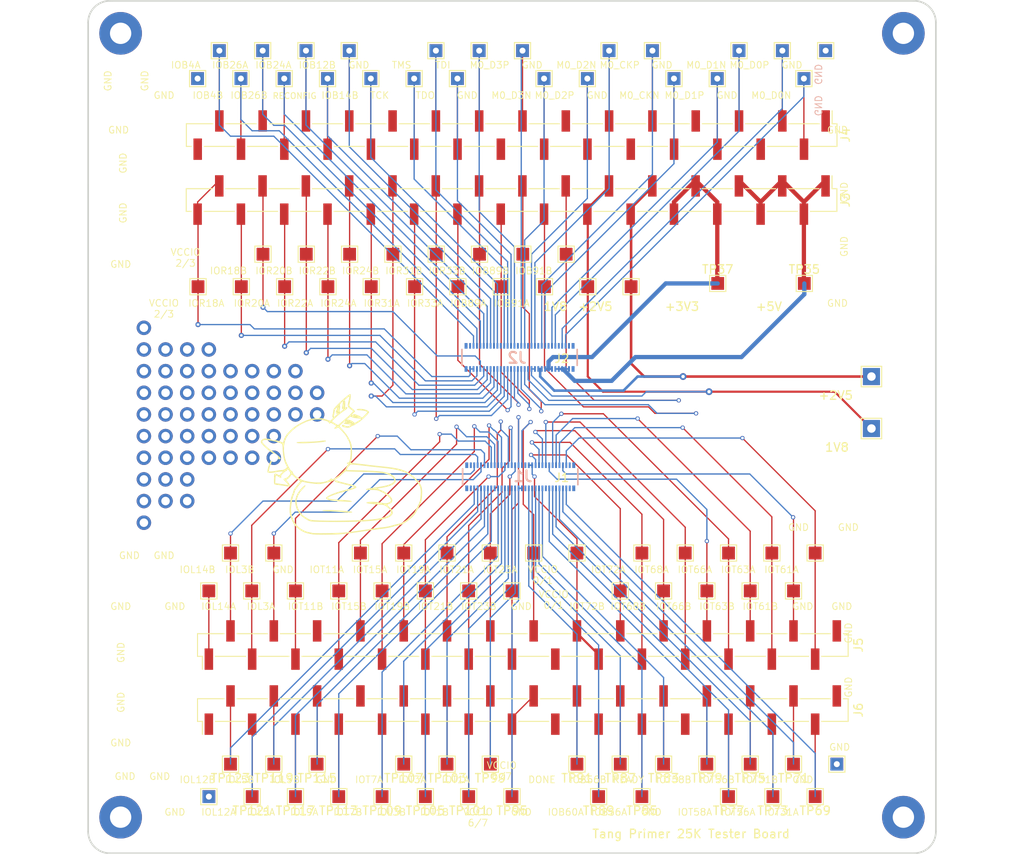
<source format=kicad_pcb>
(kicad_pcb (version 20221018) (generator pcbnew)
  (layers (0 "F.Cu" signal) (31 "B.Cu" signal) (34 "B.Paste" user) (35 "F.Paste" user) (36 "B.SilkS" user "B.Silkscreen") (37 "F.SilkS" user "F.Silkscreen") (38 "B.Mask" user) (39 "F.Mask" user) (44 "Edge.Cuts" user))
  (net 0 "")
  (net 1 "/VCCIO2{slash}3")
  (net 2 "/IOB4A")
  (net 3 "/IOB4B")
  (net 4 "/IOR18A")
  (net 5 "/IOB26A")
  (net 6 "/IOR18B")
  (net 7 "/IOB26B")
  (net 8 "/IOR20A")
  (net 9 "/IOB24A")
  (net 10 "/IOR20B")
  (net 11 "/RECONFIG")
  (net 12 "/IOR22A")
  (net 13 "/IOB12B")
  (net 14 "/IOR22B")
  (net 15 "/IOB14B")
  (net 16 "/IOR24A")
  (net 17 "/IOR24B")
  (net 18 "/TCK")
  (net 19 "/IOR31A")
  (net 20 "/TMS")
  (net 21 "/IOR31B")
  (net 22 "/TDO")
  (net 23 "/IOR33A")
  (net 24 "/TDI")
  (net 25 "/IOR33B")
  (net 26 "/IOB89A")
  (net 27 "/M0_D3P")
  (net 28 "/IOB89B")
  (net 29 "/M0_D3N")
  (net 30 "/IOB91A")
  (net 31 "/IOB91B")
  (net 32 "/M0_D2P")
  (net 33 "/VDD_1V8")
  (net 34 "/M0_D2N")
  (net 35 "+2V5")
  (net 36 "/M0_CKP")
  (net 37 "/M0_CKN")
  (net 38 "+3V3")
  (net 39 "/M0_D1P")
  (net 40 "/M0_D1N")
  (net 41 "+5V")
  (net 42 "/M0_D0P")
  (net 43 "/M0_D0N")
  (net 44 "/IOT31A")
  (net 45 "/IOT61A")
  (net 46 "/IOT31B")
  (net 47 "/IOT61B")
  (net 48 "/IOT56A")
  (net 49 "GND")
  (net 50 "/IOT63A")
  (net 51 "/IOT56B")
  (net 52 "/IOT63B")
  (net 53 "/IOT58A")
  (net 54 "/IOT66A")
  (net 55 "/IOT58B")
  (net 56 "/IOT66B")
  (net 57 "/IOT68A")
  (net 58 "/READY")
  (net 59 "/IOT68B")
  (net 60 "/IOB56A")
  (net 61 "/IOT72A")
  (net 62 "/IOB56B")
  (net 63 "/IOT72B")
  (net 64 "/IOB60A")
  (net 65 "/VCCIO0{slash}1")
  (net 66 "/DONE")
  (net 67 "/VCCIO6{slash}7")
  (net 68 "/IOT23A")
  (net 69 "/IOT23B")
  (net 70 "/IOT1A")
  (net 71 "/IOT21A")
  (net 72 "/IOT1B")
  (net 73 "/IOT21B")
  (net 74 "/IOT3A")
  (net 75 "/IOT19A")
  (net 76 "/IOT3B")
  (net 77 "/IOT19B")
  (net 78 "/IOT7A")
  (net 79 "/IOT15A")
  (net 80 "/IOT7B")
  (net 81 "/IOT15B")
  (net 82 "/IOT11A")
  (net 83 "/IOL9A")
  (net 84 "/IOT11B")
  (net 85 "/IOL9B")
  (net 86 "/IOL5A")
  (net 87 "/IOL3A")
  (net 88 "/IOL5B")
  (net 89 "/IOL3B")
  (net 90 "/IOL12A")
  (net 91 "/IOL14A")
  (net 92 "/IOL12B")
  (net 93 "/IOL14B")
  (footprint "Connector_PinHeader_2.54mm:PinHeader_1x01_P2.54mm_Vertical" (layer "F.Cu") (at 141.16 105.664)
    (fp_text reference "REF**" hide)
    (fp_text value "PinHeader_1x01_P2.54mm_Vertical" hide)
  )
  (footprint "TestPoint:TestPoint_Pad_1.5x1.5mm" (layer "F.Cu") (at 151.32 126.365 180)
    (fp_text reference "TP114")
    (fp_text value "TestPoint")
  )
  (footprint "TestPoint:TestPoint_Pad_1.5x1.5mm" (layer "F.Cu") (at 179.26 121.92 180)
    (fp_text reference "TP92")
    (fp_text value "TestPoint")
  )
  (footprint "TestPoint:TestPoint_Pad_1.5x1.5mm" (layer "F.Cu") (at 194.5 146.685 180)
    (fp_text reference "TP79")
    (fp_text value "TestPoint")
  )
  (footprint "TestPoint:TestPoint_Pad_1.5x1.5mm" (layer "F.Cu") (at 162.75 86.868)
    (fp_text reference "TP49")
    (fp_text value "TestPoint")
  )
  (footprint "TestPoint:TestPoint_Pad_1.5x1.5mm" (layer "F.Cu") (at 152.59 86.868)
    (fp_text reference "TP53")
    (fp_text value "TestPoint")
  )
  (footprint "Connector_PinHeader_2.54mm:PinHeader_1x01_P2.54mm_Vertical" (layer "F.Cu") (at 131 110.744)
    (fp_text reference "REF**" hide)
    (fp_text value "PinHeader_1x01_P2.54mm_Vertical" hide)
  )
  (footprint "TestPoint:TestPoint_Pad_1.5x1.5mm" (layer "F.Cu") (at 141.1092 126.365 180)
    (fp_text reference "TP122")
    (fp_text value "TestPoint")
  )
  (footprint "TestPoint:TestPoint_THTPad_1.5x1.5mm_Drill0.7mm" (layer "F.Cu") (at 162.712 62.992)
    (fp_text reference "TP19")
    (fp_text value "TestPoint")
  )
  (footprint "TestPoint:TestPoint_Pad_1.5x1.5mm" (layer "F.Cu") (at 207.2 150.495 180)
    (fp_text reference "TP69")
    (fp_text value "TestPoint")
  )
  (footprint "TestPoint:TestPoint_Pad_1.5x1.5mm" (layer "F.Cu") (at 202.247 150.495 180)
    (fp_text reference "TP73")
    (fp_text value "TestPoint")
  )
  (footprint "MountingHole:MountingHole_2.5mm_Pad_TopBottom" (layer "F.Cu") (at 125.73 60.96)
    (fp_text reference "REF**" hide)
    (fp_text value "MountingHole_2.5mm_Pad_TopBottom" hide)
  )
  (footprint "TestPoint:TestPoint_Pad_1.5x1.5mm" (layer "F.Cu") (at 146.24 150.495 180)
    (fp_text reference "TP117")
    (fp_text value "TestPoint")
  )
  (footprint "Connector_PinHeader_2.54mm:PinHeader_1x01_P2.54mm_Vertical" (layer "F.Cu") (at 148.78 105.664)
    (fp_text reference "REF**" hide)
    (fp_text value "PinHeader_1x01_P2.54mm_Vertical" hide)
  )
  (footprint "Connector_PinHeader_2.54mm:PinHeader_1x01_P2.54mm_Vertical" (layer "F.Cu") (at 136.08 110.744)
    (fp_text reference "REF**" hide)
    (fp_text value "PinHeader_1x01_P2.54mm_Vertical" hide)
  )
  (footprint "Connector_PinHeader_2.54mm:PinHeader_1x01_P2.54mm_Vertical" (layer "F.Cu") (at 133.54 98.044)
    (fp_text reference "REF**" hide)
    (fp_text value "PinHeader_1x01_P2.54mm_Vertical" hide)
  )
  (footprint "TestPoint:TestPoint_THTPad_1.5x1.5mm_Drill0.7mm" (layer "F.Cu") (at 160.1592 66.2686)
    (fp_text reference "TP20")
    (fp_text value "TestPoint")
  )
  (footprint "TestPoint:TestPoint_Pad_1.5x1.5mm" (layer "F.Cu") (at 180.53 90.678)
    (fp_text reference "TP42")
    (fp_text value "TestPoint")
  )
  (footprint "Connector_PinHeader_2.54mm:PinHeader_1x01_P2.54mm_Vertical" (layer "F.Cu") (at 133.54 113.284)
    (fp_text reference "REF**" hide)
    (fp_text value "PinHeader_1x01_P2.54mm_Vertical" hide)
  )
  (footprint "TestPoint:TestPoint_Pad_1.5x1.5mm" (layer "F.Cu") (at 143.7 121.92 180)
    (fp_text reference "TP120")
    (fp_text value "TestPoint")
  )
  (footprint "TestPoint:TestPoint_Pad_1.5x1.5mm" (layer "F.Cu") (at 161.48 126.365 180)
    (fp_text reference "TP106")
    (fp_text value "TestPoint")
  )
  (footprint "TestPoint:TestPoint_Pad_1.5x1.5mm" (layer "F.Cu") (at 202.12 121.92 180)
    (fp_text reference "TP74")
    (fp_text value "TestPoint")
  )
  (footprint "TestPoint:TestPoint_THTPad_1.5x1.5mm_Drill0.7mm" (layer "F.Cu") (at 167.792 62.992)
    (fp_text reference "TP17")
    (fp_text value "TestPoint")
  )
  (footprint "Connector_PinHeader_2.54mm:PinHeader_1x01_P2.54mm_Vertical" (layer "F.Cu") (at 143.7 100.584)
    (fp_text reference "REF**" hide)
    (fp_text value "PinHeader_1x01_P2.54mm_Vertical" hide)
  )
  (footprint "Connector_PinHeader_2.54mm:PinHeader_1x01_P2.54mm_Vertical" (layer "F.Cu") (at 136.08 103.124)
    (fp_text reference "REF**" hide)
    (fp_text value "PinHeader_1x01_P2.54mm_Vertical" hide)
  )
  (footprint "Connector_PinHeader_2.54mm:PinHeader_1x01_P2.54mm_Vertical" (layer "F.Cu") (at 128.46 113.284)
    (fp_text reference "REF**" hide)
    (fp_text value "PinHeader_1x01_P2.54mm_Vertical" hide)
  )
  (footprint "TestPoint:TestPoint_THTPad_1.5x1.5mm_Drill0.7mm" (layer "F.Cu") (at 175.3992 66.2686)
    (fp_text reference "TP14")
    (fp_text value "TestPoint")
  )
  (footprint "TestPoint:TestPoint_Pad_1.5x1.5mm" (layer "F.Cu") (at 189.42 146.685 180)
    (fp_text reference "TP83")
    (fp_text value "TestPoint")
  )
  (footprint "TestPoint:TestPoint_THTPad_1.5x1.5mm_Drill0.7mm" (layer "F.Cu") (at 195.7192 66.2686)
    (fp_text reference "TP6")
    (fp_text value "TestPoint")
  )
  (footprint "TestPoint:TestPoint_Pad_1.5x1.5mm" (layer "F.Cu") (at 169.1 121.92 180)
    (fp_text reference "TP100")
    (fp_text value "TestPoint")
  )
  (footprint "TestPoint:TestPoint_THTPad_1.5x1.5mm_Drill0.7mm" (layer "F.Cu") (at 180.4792 66.2686)
    (fp_text reference "TP12")
    (fp_text value "TestPoint")
  )
  (footprint "TestPoint:TestPoint_Pad_1.5x1.5mm" (layer "F.Cu") (at 139.89 90.678)
    (fp_text reference "TP58")
    (fp_text value "TestPoint")
  )
  (footprint "TestPoint:TestPoint_THTPad_1.5x1.5mm_Drill0.7mm" (layer "F.Cu") (at 165.2392 66.2686)
    (fp_text reference "TP18")
    (fp_text value "TestPoint")
  )
  (footprint "Connector_PinHeader_2.54mm:PinHeader_1x01_P2.54mm_Vertical" (layer "F.Cu") (at 131 108.204)
    (fp_text reference "REF**" hide)
    (fp_text value "PinHeader_1x01_P2.54mm_Vertical" hide)
  )
  (footprint "Connector_PinHeader_2.54mm:PinHeader_1x01_P2.54mm_Vertical" (layer "F.Cu") (at 128.46 110.744)
    (fp_text reference "REF**" hide)
    (fp_text value "PinHeader_1x01_P2.54mm_Vertical" hide)
  )
  (footprint "TestPoint:TestPoint_Pad_1.5x1.5mm" (layer "F.Cu") (at 165.29 90.678)
    (fp_text reference "TP48")
    (fp_text value "TestPoint")
  )
  (footprint "TestPoint:TestPoint_Pad_1.5x1.5mm" (layer "F.Cu") (at 186.88 121.92 180)
    (fp_text reference "TP86")
    (fp_text value "TestPoint")
  )
  (footprint "Connector_PinHeader_2.54mm:PinHeader_1x01_P2.54mm_Vertical" (layer "F.Cu") (at 128.46 100.584)
    (fp_text reference "REF**" hide)
    (fp_text value "PinHeader_1x01_P2.54mm_Vertical" hide)
  )
  (footprint "TestPoint:TestPoint_THTPad_1.5x1.5mm_Drill0.7mm" (layer "F.Cu") (at 208.432 62.992)
    (fp_text reference "TP1")
    (fp_text value "TestPoint")
  )
  (footprint "TestPoint:TestPoint_Pad_1.5x1.5mm" (layer "F.Cu") (at 185.61 90.678)
    (fp_text reference "TP40")
    (fp_text value "TestPoint")
  )
  (footprint "TestPoint:TestPoint_THTPad_1.5x1.5mm_Drill0.7mm" (layer "F.Cu") (at 209.74 146.685)
    (fp_text reference "TP67")
    (fp_text value "TestPoint")
  )
  (footprint "TestPoint:TestPoint_THTPad_2.0x2.0mm_Drill1.0mm" (layer "F.Cu") (at 213.804 101.219)
    (fp_text reference "REF**" hide)
    (fp_text value "TestPoint_THTPad_2.0x2.0mm_Drill1.0mm")
  )
  (footprint "TestPoint:TestPoint_Pad_1.5x1.5mm" (layer "F.Cu") (at 194.5 126.365 180)
    (fp_text reference "TP80")
    (fp_text value "TestPoint")
  )
  (footprint "TestPoint:TestPoint_Pad_1.5x1.5mm" (layer "F.Cu") (at 157.67 86.868)
    (fp_text reference "TP51")
    (fp_text value "TestPoint")
  )
  (footprint "Connector_PinHeader_2.54mm:PinHeader_1x01_P2.54mm_Vertical" (layer "F.Cu") (at 128.46 115.824)
    (fp_text reference "REF**" hide)
    (fp_text value "PinHeader_1x01_P2.54mm_Vertical" hide)
  )
  (footprint "TestPoint:TestPoint_THTPad_1.5x1.5mm_Drill0.7mm" (layer "F.Cu") (at 152.552 62.992)
    (fp_text reference "TP23")
    (fp_text value "TestPoint")
  )
  (footprint "Connector_PinHeader_2.54mm:PinHeader_1x01_P2.54mm_Vertical" (layer "F.Cu") (at 136.08 100.584)
    (fp_text reference "REF**" hide)
    (fp_text value "PinHeader_1x01_P2.54mm_Vertical" hide)
  )
  (footprint "TestPoint:TestPoint_THTPad_1.5x1.5mm_Drill0.7mm" (layer "F.Cu") (at 198.272 62.992)
    (fp_text reference "TP5")
    (fp_text value "TestPoint")
  )
  (footprint "TestPoint:TestPoint_Pad_1.5x1.5mm" (layer "F.Cu") (at 166.56 126.365 180)
    (fp_text reference "TP102")
    (fp_text value "TestPoint")
  )
  (footprint "MountingHole:MountingHole_2.5mm_Pad_TopBottom" (layer "F.Cu") (at 125.73 152.908)
    (fp_text reference "REF**" hide)
    (fp_text value "MountingHole_2.5mm_Pad_TopBottom")
  )
  (footprint "Connector_PinHeader_2.54mm:PinHeader_1x01_P2.54mm_Vertical" (layer "F.Cu") (at 138.62 100.584)
    (fp_text reference "REF**" hide)
    (fp_text value "PinHeader_1x01_P2.54mm_Vertical" hide)
  )
  (footprint "TestPoint:TestPoint_Pad_1.5x1.5mm" (layer "F.Cu") (at 189.42 126.365 180)
    (fp_text reference "TP84")
    (fp_text value "TestPoint")
  )
  (footprint "TestPoint:TestPoint_Pad_1.5x1.5mm" (layer "F.Cu") (at 170.37 90.678)
    (fp_text reference "TP46")
    (fp_text value "TestPoint")
  )
  (footprint "Connector_PinHeader_2.54mm:PinHeader_1x30_P2.54mm_Vertical_SMD_Pin1Left" (layer "F.Cu") (at 172.91 132.711 90)
    (fp_text reference "J5")
    (fp_text value "Conn_01x30")
  )
  (footprint "Connector_PinHeader_2.54mm:PinHeader_1x01_P2.54mm_Vertical" (layer "F.Cu") (at 128.46 95.504)
    (fp_text reference "REF**" hide)
    (fp_text value "PinHeader_1x01_P2.54mm_Vertical" hide)
  )
  (footprint "Connector_PinHeader_2.54mm:PinHeader_1x01_P2.54mm_Vertical" (layer "F.Cu") (at 131 115.824)
    (fp_text reference "REF**" hide)
    (fp_text value "PinHeader_1x01_P2.54mm_Vertical" hide)
  )
  (footprint "Connector_PinHeader_2.54mm:PinHeader_1x01_P2.54mm_Vertical" (layer "F.Cu") (at 133.54 108.204)
    (fp_text reference "REF**" hide)
    (fp_text value "PinHeader_1x01_P2.54mm_Vertical" hide)
  )
  (footprint "TestPoint:TestPoint_Pad_1.5x1.5mm" (layer "F.Cu") (at 171.64 150.495 180)
    (fp_text reference "TP95")
    (fp_text value "TestPoint")
  )
  (footprint "Connector_PinHeader_2.54mm:PinHeader_1x01_P2.54mm_Vertical" (layer "F.Cu") (at 143.7 108.204)
    (fp_text reference "REF**" hide)
    (fp_text value "PinHeader_1x01_P2.54mm_Vertical" hide)
  )
  (footprint "Connector_PinHeader_2.54mm:PinHeader_1x01_P2.54mm_Vertical" (layer "F.Cu") (at 141.16 103.124)
    (fp_text reference "REF**" hide)
    (fp_text value "PinHeader_1x01_P2.54mm_Vertical" hide)
  )
  (footprint "TestPoint:TestPoint_Pad_1.5x1.5mm" (layer "F.Cu") (at 186.88 150.495 180)
    (fp_text reference "TP85")
    (fp_text value "TestPoint")
  )
  (footprint "TestPoint:TestPoint_Pad_1.5x1.5mm" (layer "F.Cu") (at 164.02 121.92 180)
    (fp_text reference "TP104")
    (fp_text value "TestPoint")
  )
  (footprint "TestPoint:TestPoint_Pad_1.5x1.5mm" (layer "F.Cu") (at 179.26 146.685 180)
    (fp_text reference "TP91")
    (fp_text value "TestPoint")
  )
  (footprint "TestPoint:TestPoint_THTPad_1.5x1.5mm_Drill0.7mm" (layer "F.Cu") (at 205.8792 66.2686)
    (fp_text reference "TP2")
    (fp_text value "TestPoint")
  )
  (footprint "MountingHole:MountingHole_2.5mm_Pad_TopBottom" (layer "F.Cu") (at 217.55 60.96)
    (fp_text reference "REF**" hide)
    (fp_text value "MountingHole_2.5mm_Pad_TopBottom" hide)
  )
  (footprint "TestPoint:TestPoint_THTPad_1.5x1.5mm_Drill0.7mm" (layer "F.Cu") (at 136.08 150.495 180)
    (fp_text reference "TP125")
    (fp_text value "TestPoint")
  )
  (footprint "MountingHole:MountingHole_2.5mm_Pad_TopBottom" (layer "F.Cu") (at 217.55 152.908)
    (fp_text reference "REF**" hide)
    (fp_text value "MountingHole_2.5mm_Pad_TopBottom")
  )
  (footprint "TestPoint:TestPoint_Pad_1.5x1.5mm" (layer "F.Cu") (at 171.64 126.365 180)
    (fp_text reference "TP98")
    (fp_text value "TestPoint")
  )
  (footprint "TestPoint:TestPoint_THTPad_1.5x1.5mm_Drill0.7mm" (layer "F.Cu") (at 183.032 62.992)
    (fp_text reference "TP11")
    (fp_text value "TestPoint")
  )
  (footprint "Connector_PinHeader_2.54mm:PinHeader_1x01_P2.54mm_Vertical" (layer "F.Cu") (at 128.46 105.664)
    (fp_text reference "REF**" hide)
    (fp_text value "PinHeader_1x01_P2.54mm_Vertical" hide)
  )
  (footprint "TestPoint:TestPoint_THTPad_1.5x1.5mm_Drill0.7mm" (layer "F.Cu") (at 139.8392 66.2686)
    (fp_text reference "TP28")
    (fp_text value "TestPoint")
  )
  (footprint "TestPoint:TestPoint_THTPad_1.5x1.5mm_Drill0.7mm" (layer "F.Cu") (at 172.872 62.992)
    (fp_text reference "TP15")
    (fp_text value "TestPoint")
  )
  (footprint "TestPoint:TestPoint_Pad_1.5x1.5mm" (layer "F.Cu") (at 146.24 126.365 180)
    (fp_text reference "TP118")
    (fp_text value "TestPoint")
  )
  (footprint "TestPoint:TestPoint_THTPad_2.0x2.0mm_Drill1.0mm" (layer "F.Cu") (at 213.804 107.315)
    (fp_text reference "REF**" hide)
    (fp_text value "TestPoint_THTPad_2.0x2.0mm_Drill1.0mm")
  )
  (footprint "Connector_PinHeader_2.54mm:PinHeader_1x01_P2.54mm_Vertical" (layer "F.Cu") (at 138.62 110.744)
    (fp_text reference "REF**" hide)
    (fp_text value "PinHeader_1x01_P2.54mm_Vertical" hide)
  )
  (footprint "TestPoint:TestPoint_Pad_1.5x1.5mm" (layer "F.Cu") (at 141.16 150.495 180)
    (fp_text reference "TP121")
    (fp_text value "TestPoint")
  )
  (footprint "TestPoint:TestPoint_Pad_1.5x1.5mm" (layer "F.Cu") (at 207.2 121.92 180)
    (fp_text reference "TP70")
    (fp_text value "TestPoint")
  )
  (footprint "Connector_PinHeader_2.54mm:PinHeader_1x01_P2.54mm_Vertical" (layer "F.Cu") (at 131 98.044)
    (fp_text reference "REF**" hide)
    (fp_text value "PinHeader_1x01_P2.54mm_Vertical" hide)
  )
  (footprint "TestPoint:TestPoint_Pad_1.5x1.5mm" (layer "F.Cu") (at 155.13 90.678)
    (fp_text reference "TP52")
    (fp_text value "TestPoint")
  )
  (footprint "TestPoint:TestPoint_Pad_1.5x1.5mm" (layer "F.Cu") (at 174.18 121.92 180)
    (fp_text reference "TP96")
    (fp_text value "TestPoint")
  )
  (footprint "Connector_PinHeader_2.54mm:PinHeader_1x01_P2.54mm_Vertical" (layer "F.Cu") (at 148.78 103.124)
    (fp_text reference "REF**" hide)
    (fp_text value "PinHeader_1x01_P2.54mm_Vertical" hide)
  )
  (footprint "TestPoint:TestPoint_Pad_1.5x1.5mm" (layer "F.Cu") (at 166.56 150.495 180)
    (fp_text reference "TP101")
    (fp_text value "TestPoint")
  )
  (footprint "TestPoint:TestPoint_Pad_1.5x1.5mm" (layer "F.Cu") (at 205.93 90.297)
    (fp_text reference "TP35")
    (fp_text value "TestPoint")
  )
  (footprint "TestPoint:TestPoint_THTPad_1.5x1.5mm_Drill0.7mm" (layer "F.Cu") (at 188.112 62.992)
    (fp_text reference "TP9")
    (fp_text value "TestPoint")
  )
  (footprint "Connector_PinHeader_2.54mm:PinHeader_1x01_P2.54mm_Vertical" (layer "F.Cu") (at 131 103.124)
    (fp_text reference "REF**" hide)
    (fp_text value "PinHeader_1x01_P2.54mm_Vertical" hide)
  )
  (footprint "TestPoint:TestPoint_THTPad_1.5x1.5mm_Drill0.7mm" (layer "F.Cu") (at 190.6392 66.2686)
    (fp_text reference "TP8")
    (fp_text value "TestPoint")
  )
  (footprint "TestPoint:TestPoint_Pad_1.5x1.5mm" (layer "F.Cu") (at 153.86 121.92 180)
    (fp_text reference "TP112")
    (fp_text value "TestPoint")
  )
  (footprint "TestPoint:TestPoint_Pad_1.5x1.5mm" (layer "F.Cu") (at 158.94 146.685 180)
    (fp_text reference "TP107")
    (fp_text value "TestPoint")
  )
  (footprint "Connector_PinHeader_2.54mm:PinHeader_1x01_P2.54mm_Vertical" (layer "F.Cu") (at 136.08 105.664)
    (fp_text reference "REF**" hide)
    (fp_text value "PinHeader_1x01_P2.54mm_Vertical" hide)
  )
  (footprint "Connector_PinHeader_2.54mm:PinHeader_1x01_P2.54mm_Vertical" (layer "F.Cu") (at 146.24 103.124)
    (fp_text reference "REF**" hide)
    (fp_text value "PinHeader_1x01_P2.54mm_Vertical" hide)
  )
  (footprint "TestPoint:TestPoint_Pad_1.5x1.5mm" (layer "F.Cu") (at 138.62 121.92 180)
    (fp_text reference "TP124")
    (fp_text value "TestPoint")
  )
  (footprint "TestPoint:TestPoint_THTPad_1.5x1.5mm_Drill0.7mm" (layer "F.Cu") (at 155.0792 66.2686)
    (fp_text reference "TP22")
    (fp_text value "TestPoint")
  )
  (footprint "TestPoint:TestPoint_Pad_1.5x1.5mm" (layer "F.Cu") (at 199.58 126.365 180)
    (fp_text reference "TP76")
    (fp_text value "TestPoint")
  )
  (footprint "Connector_PinHeader_2.54mm:PinHeader_1x01_P2.54mm_Vertical" (layer "F.Cu") (at 128.46 103.124)
    (fp_text reference "REF**" hide)
    (fp_text value "PinHeader_1x01_P2.54mm_Vertical" hide)
  )
  (footprint "Connector_PinHeader_2.54mm:PinHeader_1x01_P2.54mm_Vertical" (layer "F.Cu") (at 133.54 105.664)
    (fp_text reference "REF**" hide)
    (fp_text value "PinHeader_1x01_P2.54mm_Vertical" hide)
  )
  (footprint "TestPoint:TestPoint_Pad_1.5x1.5mm" (layer "F.Cu") (at 184.34 126.365 180)
    (fp_text reference "TP88")
    (fp_text value "TestPoint")
  )
  (footprint "Connector_PinHeader_2.54mm:PinHeader_1x01_P2.54mm_Vertical" (layer "F.Cu") (at 133.54 103.124)
    (fp_text reference "REF**" hide)
    (fp_text value "PinHeader_1x01_P2.54mm_Vertical" hide)
  )
  (footprint "Connector_PinHeader_2.54mm:PinHeader_1x01_P2.54mm_Vertical" (layer "F.Cu") (at 141.16 108.204)
    (fp_text reference "REF**" hide)
    (fp_text value "PinHeader_1x01_P2.54mm_Vertical" hide)
  )
  (footprint "Connector_PinHeader_2.54mm:PinHeader_1x01_P2.54mm_Vertical" (layer "F.Cu") (at 141.16 100.584)
    (fp_text reference "REF**" hide)
    (fp_text value "PinHeader_1x01_P2.54mm_Vertical" hide)
  )
  (footprint "TestPoint:TestPoint_THTPad_1.5x1.5mm_Drill0.7mm" (layer "F.Cu") (at 137.312 62.992)
    (fp_text reference "TP29")
    (fp_text value "TestPoint")
  )
  (footprint "TestPoint:TestPoint_Pad_1.5x1.5mm" (layer "F.Cu") (at 160.21 90.678)
    (fp_text reference "TP50")
    (fp_text value "TestPoint")
  )
  (footprint "Connector_PinHeader_2.54mm:PinHeader_1x01_P2.54mm_Vertical" (layer "F.Cu") (at 136.08 108.204)
    (fp_text reference "REF**" hide)
    (fp_text value "PinHeader_1x01_P2.54mm_Vertical" hide)
  )
  (footprint "Connector_PinHeader_2.54mm:PinHeader_1x01_P2.54mm_Vertical" (layer "F.Cu") (at 143.7 103.124)
    (fp_text reference "REF**" hide)
    (fp_text value "PinHeader_1x01_P2.54mm_Vertical" hide)
  )
  (footprint "TestPoint:TestPoint_Pad_1.5x1.5mm" (layer "F.Cu") (at 161.48 150.495 180)
    (fp_text reference "TP105")
    (fp_text value "TestPoint")
  )
  (footprint "Connector_PinHeader_2.54mm:PinHeader_1x01_P2.54mm_Vertical" (layer "F.Cu") (at 133.54 110.744)
    (fp_text reference "REF**" hide)
    (fp_text value "PinHeader_1x01_P2.54mm_Vertical" hide)
  )
  (footprint "Connector_PinHeader_2.54mm:PinHeader_1x30_P2.54mm_Vertical_SMD_Pin1Left" (layer "F.Cu") (at 171.602 72.894 -90)
    (fp_text reference "J4")
    (fp_text value "Conn_01x30")
  )
  (footprint "TestPoint:TestPoint_Pad_1.5x1.5mm" (layer "F.Cu") (at 204.66 126.365 180)
    (fp_text reference "TP72")
    (fp_text value "TestPoint")
  )
  (footprint "Connector_PinHeader_2.54mm:PinHeader_1x01_P2.54mm_Vertical" (layer "F.Cu") (at 133.54 115.824)
    (fp_text reference "REF**" hide)
    (fp_text value "PinHeader_1x01_P2.54mm_Vertical" hide)
  )
  (footprint "TestPoint:TestPoint_THTPad_1.5x1.5mm_Drill0.7mm" (layer "F.Cu") (at 134.7592 66.2686)
    (fp_text reference "TP30")
    (fp_text value "TestPoint")
  )
  (footprint "TestPoint:TestPoint_Pad_1.5x1.5mm" (layer "F.Cu") (at 172.91 86.868)
    (fp_text reference "TP45")
    (fp_text value "TestPoint")
  )
  (footprint "Connector_PinHeader_2.54mm:PinHeader_1x01_P2.54mm_Vertical" (layer "F.Cu") (at 131 100.584)
    (fp_text reference "REF**" hide)
    (fp_text value "PinHeader_1x01_P2.54mm_Vertical" hide)
  )
  (footprint "Connector_PinHeader_2.54mm:PinHeader_1x01_P2.54mm_Vertical" (layer "F.Cu") (at 141.16 110.744)
    (fp_text reference "REF**" hide)
    (fp_text value "PinHeader_1x01_P2.54mm_Vertical" hide)
  )
  (footprint "TestPoint:TestPoint_Pad_1.5x1.5mm" (layer "F.Cu") (at 148.78 146.685 180)
    (fp_text reference "TP115")
    (fp_text value "TestPoint")
  )
  (footprint "TestPoint:TestPoint_Pad_1.5x1.5mm" (layer "F.Cu") (at 134.81 90.678)
    (fp_text reference "TP60")
    (fp_text value "TestPoint")
  )
  (footprint "TestPoint:TestPoint_THTPad_1.5x1.5mm_Drill0.7mm" (layer "F.Cu") (at 142.392 62.992)
    (fp_text reference "TP27")
    (fp_text value "TestPoint")
  )
  (footprint "Connector_PinHeader_2.54mm:PinHeader_1x30_P2.54mm_Vertical_SMD_Pin1Left" (layer "F.Cu") (at 172.91 140.339 90)
    (fp_text reference "J6")
    (fp_text value "Conn_01x30")
  )
  (footprint "TestPoint:TestPoint_Pad_1.5x1.5mm" (layer "F.Cu") (at 184.34 146.685 180)
    (fp_text reference "TP87")
    (fp_text value "TestPoint")
  )
  (footprint "Connector_PinHeader_2.54mm:PinHeader_1x01_P2.54mm_Vertical" (layer "F.Cu") (at 138.62 105.664)
    (fp_text reference "REF**" hide)
    (fp_text value "PinHeader_1x01_P2.54mm_Vertical" hide)
  )
  (footprint "TestPoint:TestPoint_Pad_1.5x1.5mm" (layer "F.Cu") (at 151.32 150.495 180)
    (fp_text reference "TP113")
    (fp_text value "TestPoint")
  )
  (footprint "TestPoint:TestPoint_Pad_1.5x1.5mm" (layer "F.Cu") (at 143.7 146.685 180)
    (fp_text reference "TP119")
    (fp_text value "TestPoint")
  )
  (footprint "Connector_PinHeader_2.54mm:PinHeader_1x01_P2.54mm_Vertical" (layer "F.Cu") (at 138.62 103.124)
    (fp_text reference "REF**" hide)
    (fp_text value "PinHeader_1x01_P2.54mm_Vertical" hide)
  )
  (footprint "TestPoint:TestPoint_Pad_1.5x1.5mm" (layer "F.Cu") (at 142.43 86.868)
    (fp_text reference "TP57")
    (fp_text value "TestPoint")
  )
  (footprint "MyLibrary:kamo20" (layer "F.Cu") (at 151.517794 112.522)
    (fp_text reference "G***" hide)
    (fp_text value "LOGO" hide)
  )
  (footprint "TestPoint:TestPoint_Pad_1.5x1.5mm" (layer "F.Cu") (at 199.58 146.685 180)
    (fp_text reference "TP75")
    (fp_text value "TestPoint")
  )
  (footprint "TestPoint:TestPoint_Pad_1.5x1.5mm" (layer "F.Cu") (at 181.8 150.495 180)
    (fp_text reference "TP89")
    (fp_text value "TestPoint")
  )
  (footprint "TestPoint:TestPoint_Pad_1.5x1.5mm" (layer "F.Cu") (at 197.04 121.92 180)
    (fp_text reference "TP78")
    (fp_text value "TestPoint")
  )
  (footprint "Connector_PinHeader_2.54mm:PinHeader_1x01_P2.54mm_Vertical" (layer "F.Cu") (at 131 105.664)
    (fp_text reference "REF**" hide)
    (fp_text value "PinHeader_1x01_P2.54mm_Vertical" hide)
  )
  (footprint "Connector_PinHeader_2.54mm:PinHeader_1x01_P2.54mm_Vertical" (layer "F.Cu") (at 146.24 100.584)
    (fp_text reference "REF**" hide)
    (fp_text value "PinHeader_1x01_P2.54mm_Vertical" hide)
  )
  (footprint "Connector_PinHeader_2.54mm:PinHeader_1x30_P2.54mm_Vertical_SMD_Pin1Left" (layer "F.Cu") (at 171.5892 80.5136 -90)
    (fp_text reference "J3")
    (fp_text value "Conn_01x30" hide)
  )
  (footprint "Connector_PinHeader_2.54mm:PinHeader_1x01_P2.54mm_Vertical" (layer "F.Cu") (at 143.7 105.664)
    (fp_text reference "REF**" hide)
    (fp_text value "PinHeader_1x01_P2.54mm_Vertical" hide)
  )
  (footprint "TestPoint:TestPoint_Pad_1.5x1.5mm" (layer "F.Cu") (at 156.4 150.495 180)
    (fp_text reference "TP109")
    (fp_text value "TestPoint")
  )
  (footprint "Connector_PinHeader_2.54mm:PinHeader_1x01_P2.54mm_Vertical" (layer "F.Cu") (at 136.08 98.044)
    (fp_text reference "REF**" hide)
    (fp_text value "PinHeader_1x01_P2.54mm_Vertical" hide)
  )
  (footprint "TestPoint:TestPoint_Pad_1.5x1.5mm" (layer "F.Cu") (at 150.05 90.678)
    (fp_text reference "TP54")
    (fp_text value "TestPoint")
  )
  (footprint "TestPoint:TestPoint_Pad_1.5x1.5mm" (layer "F.Cu") (at 138.62 146.685 180)
    (fp_text reference "TP123")
    (fp_text value "TestPoint")
  )
  (footprint "TestPoint:TestPoint_Pad_1.5x1.5mm" (layer "F.Cu") (at 164.02 146.685 180)
    (fp_text reference "TP103")
    (fp_text value "TestPoint")
  )
  (footprint "TestPoint:TestPoint_Pad_1.5x1.5mm" (layer "F.Cu") (at 177.99 86.868)
    (fp_text reference "TP43")
    (fp_text value "TestPoint")
  )
  (footprint "TestPoint:TestPoint_Pad_1.5x1.5mm" (layer "F.Cu") (at 167.83 86.868)
    (fp_text reference "TP47")
    (fp_text value "TestPoint")
  )
  (footprint "TestPoint:TestPoint_Pad_1.5x1.5mm" (layer "F.Cu") (at 191.96 121.92 180)
    (fp_text reference "TP82")
    (fp_text value "TestPoint")
  )
  (footprint "Connector_PinHeader_2.54mm:PinHeader_1x01_P2.54mm_Vertical" (layer "F.Cu") (at 138.62 108.204)
    (fp_text reference "REF**" hide)
    (fp_text value "PinHeader_1x01_P2.54mm_Vertical" hide)
  )
  (footprint "TestPoint:TestPoint_Pad_1.5x1.5mm" (layer "F.Cu") (at 158.94 121.92 180)
    (fp_text reference "TP108")
    (fp_text value "TestPoint")
  )
  (footprint "Connector_PinHeader_2.54mm:PinHeader_1x01_P2.54mm_Vertical" (layer "F.Cu") (at 128.46 118.364)
    (fp_text reference "REF**" hide)
    (fp_text value "PinHeader_1x01_P2.54mm_Vertical" hide)
  )
  (footprint "Connector_PinHeader_2.54mm:PinHeader_1x01_P2.54mm_Vertical" (layer "F.Cu") (at 128.46 108.204)
    (fp_text reference "REF**" hide)
    (fp_text value "PinHeader_1x01_P2.54mm_Vertical" hide)
  )
  (footprint "TestPoint:TestPoint_Pad_1.5x1.5mm" (layer "F.Cu") (at 197.04 150.495 180)
    (fp_text reference "TP77")
    (fp_text value "TestPoint")
  )
  (footprint "TestPoint:TestPoint_Pad_1.5x1.5mm" (layer "F.Cu") (at 195.77 90.297)
    (fp_text reference "TP37")
    (fp_text value "TestPoint")
  )
  (footprint "TestPoint:TestPoint_THTPad_1.5x1.5mm_Drill0.7mm" (layer "F.Cu") (at 147.472 62.992)
    (fp_text reference "TP25")
    (fp_text value "TestPoint")
  )
  (footprint "TestPoint:TestPoint_Pad_1.5x1.5mm" (layer "F.Cu") (at 136.08 126.365 180)
    (fp_text reference "TP126")
    (fp_text value "TestPoint")
  )
  (footprint "Connector_PinHeader_2.54mm:PinHeader_1x01_P2.54mm_Vertical" (layer "F.Cu") (at 131 113.284)
    (fp_text reference "REF**" hide)
    (fp_text value "PinHeader_1x01_P2.54mm_Vertical" hide)
  )
  (footprint "Connector_PinHeader_2.54mm:PinHeader_1x01_P2.54mm_Vertical" (layer "F.Cu") (at 133.54 100.584)
    (fp_text reference "REF**" hide)
    (fp_text value "PinHeader_1x01_P2.54mm_Vertical" hide)
  )
  (footprint "TestPoint:TestPoint_THTPad_1.5x1.5mm_Drill0.7mm" (layer "F.Cu") (at 149.9992 66.2686)
    (fp_text reference "TP24")
    (fp_text value "TestPoint")
  )
  (footprint "TestPoint:TestPoint_THTPad_1.5x1.5mm_Drill0.7mm" (layer "F.Cu") (at 144.9192 66.2686)
    (fp_text reference "TP26")
    (fp_text value "TestPoint")
  )
  (footprint "TestPoint:TestPoint_Pad_1.5x1.5mm" (layer "F.Cu") (at 147.51 86.868)
    (fp_text reference "TP55")
    (fp_text value "TestPoint")
  )
  (footprint "TestPoint:TestPoint_Pad_1.5x1.5mm" (layer "F.Cu") (at 144.97 90.678)
    (fp_text reference "TP56")
    (fp_text value "TestPoint")
  )
  (footprint "Connector_PinHeader_2.54mm:PinHeader_1x01_P2.54mm_Vertical" (layer "F.Cu") (at 146.24 105.664)
    (fp_text reference "REF**" hide)
    (fp_text value "PinHeader_1x01_P2.54mm_Vertical" hide)
  )
  (footprint "TestPoint:TestPoint_Pad_1.5x1.5mm" (layer "F.Cu") (at 156.4 126.365 180)
    (fp_text reference "TP110")
    (fp_text value "TestPoint")
  )
  (footprint "TestPoint:TestPoint_THTPad_1.5x1.5mm_Drill0.7mm" (layer "F.Cu") (at 203.352 62.992)
    (fp_text reference "TP3")
    (fp_text value "TestPoint")
  )
  (footprint "TestPoint:TestPoint_Pad_1.5x1.5mm" (layer "F.Cu") (at 175.45 90.678)
    (fp_text reference "TP44")
    (fp_text value "TestPoint")
  )
  (footprint "Connector_PinHeader_2.54mm:PinHeader_1x01_P2.54mm_Vertical" (layer "F.Cu") (at 143.7 110.744)
    (fp_text reference "REF**" hide)
    (fp_text value "PinHeader_1x01_P2.54mm_Vertical" hide)
  )
  (footprint "Connector_PinHeader_2.54mm:PinHeader_1x01_P2.54mm_Vertical" (layer "F.Cu") (at 128.46 98.044)
    (fp_text reference "REF**" hide)
    (fp_text value "PinHeader_1x01_P2.54mm_Vertical" hide)
  )
  (footprint "TestPoint:TestPoint_Pad_1.5x1.5mm" (layer "F.Cu") (at 204.66 146.685 180)
    (fp_text reference "TP71")
    (fp_text value "TestPoint")
  )
  (footprint "TestPoint:TestPoint_Pad_1.5x1.5mm" (layer "F.Cu") (at 169.1 146.685 180)
    (fp_text reference "TP99")
    (fp_text value "TestPoint")
  )
  (footprint "SamacSys_Parts:DF40C-60DP-0.4V_51_" (layer "B.Cu") (at 172.608 112.975 180)
    (fp_text reference "J1")
    (fp_text value "DF40C-60DP-0.4V_51_" hide)
  )
  (footprint "SamacSys_Parts:DF40C-60DP-0.4V_51_" (layer "B.Cu") (at 172.526 98.975)
    (fp_text reference "J2")
    (fp_text value "DF40C-60DP-0.4V_51_" hide)
  )
  (gr_line (start 218.7956 57.15) (end 124.46 57.15) (stroke (width 0.2)) (layer "Edge.Cuts"))
  (gr_arc (start 124.462312 157.136238) (mid 122.666261 156.392289) (end 121.922312 154.596238) (stroke (width 0.2)) (layer "Edge.Cuts"))
  (gr_arc (start 218.82 57.15) (mid 220.616051 57.893949) (end 221.36 59.69) (stroke (width 0.2)) (layer "Edge.Cuts"))
  (gr_line (start 124.462312 157.136238) (end 218.7956 157.136238) (stroke (width 0.2)) (layer "Edge.Cuts"))
  (gr_line (start 121.92 59.69) (end 121.922312 154.596238) (stroke (width 0.2)) (layer "Edge.Cuts"))
  (gr_arc (start 221.362339 154.596238) (mid 220.617552 156.393105) (end 218.82 157.136238) (stroke (width 0.2)) (layer "Edge.Cuts"))
  (gr_arc (start 121.92 59.69) (mid 122.663949 57.893949) (end 124.46 57.15) (stroke (width 0.2)) (layer "Edge.Cuts"))
  (gr_line (start 221.362312 154.596238) (end 221.36 59.69) (stroke (width 0.2)) (layer "Edge.Cuts"))
  (gr_text "GND" (at 207.073 70.739 -90) (layer "B.SilkS") (effects (font (size 0.8 0.8) (thickness 0.1)) (justify left bottom mirror)))
  (gr_text "GND" (at 207.073 67.056 -90) (layer "B.SilkS") (effects (font (size 0.8 0.8) (thickness 0.1)) (justify left bottom mirror)))
  (gr_text "IOR33A" (at 159.258 93.091) (layer "F.SilkS") (effects (font (size 0.8 0.8) (thickness 0.1)) (justify left bottom)))
  (gr_text "DONE" (at 173.482 148.971) (layer "F.SilkS") (effects (font (size 0.8 0.8) (thickness 0.1)) (justify left bottom)))
  (gr_text "IOT15B" (at 150.368 128.651) (layer "F.SilkS") (effects (font (size 0.8 0.8) (thickness 0.1)) (justify left bottom)))
  (gr_text "IOR24B" (at 151.638 89.281) (layer "F.SilkS") (effects (font (size 0.8 0.8) (thickness 0.1)) (justify left bottom)))
  (gr_text "GND" (at 126.238 140.716 90) (layer "F.SilkS") (effects (font (size 0.8 0.8) (thickness 0.1)) (justify left bottom)))
  (gr_text "IOL12B" (at 132.588 148.971) (layer "F.SilkS") (effects (font (size 0.8 0.8) (thickness 0.1)) (justify left bottom)))
  (gr_text "IOL14A" (at 135.128 128.651) (layer "F.SilkS") (effects (font (size 0.8 0.8) (thickness 0.1)) (justify left bottom)))
  (gr_text "IOL3A" (at 140.462 128.651) (layer "F.SilkS") (effects (font (size 0.8 0.8) (thickness 0.1)) (justify left bottom)))
  (gr_text "IOR24A" (at 149.098 93.091) (layer "F.SilkS") (effects (font (size 0.8 0.8) (thickness 0.1)) (justify left bottom)))
  (gr_text "GND" (at 209.042 128.651) (layer "F.SilkS") (effects (font (size 0.8 0.8) (thickness 0.1)) (justify left bottom)))
  (gr_text "IOT63B" (at 193.548 128.651) (layer "F.SilkS") (effects (font (size 0.8 0.8) (thickness 0.1)) (justify left bottom)))
  (gr_text "IOT19A" (at 157.988 124.333) (layer "F.SilkS") (effects (font (size 0.8 0.8) (thickness 0.1)) (justify left bottom)))
  (gr_text "IOB4B" (at 134.112 68.707) (layer "F.SilkS") (effects (font (size 0.8 0.8) (thickness 0.1)) (justify left bottom)))
  (gr_text "IOB12B" (at 146.558 65.151) (layer "F.SilkS") (effects (font (size 0.8 0.8) (thickness 0.1)) (justify left bottom)))
  (gr_text "IOB91A" (at 169.418 93.091) (layer "F.SilkS") (effects (font (size 0.8 0.8) (thickness 0.1)) (justify left bottom)))
  (gr_text "GND" (at 211.582 132.588 90) (layer "F.SilkS") (effects (font (size 0.8 0.8) (thickness 0.1)) (justify left bottom)))
  (gr_text "IOT56B" (at 193.548 148.971) (layer "F.SilkS") (effects (font (size 0.8 0.8) (thickness 0.1)) (justify left bottom)))
  (gr_text "M0_D3P" (at 166.624 65.151) (layer "F.SilkS") (effects (font (size 0.8 0.8) (thickness 0.1)) (justify left bottom)))
  (gr_text "GND" (at 211.074 80.899 90) (layer "F.SilkS") (effects (font (size 0.8 0.8) (thickness 0.1)) (justify left bottom)))
  (gr_text "GND" (at 209.804 119.38) (layer "F.SilkS") (effects (font (size 0.8 0.8) (thickness 0.1)) (justify left bottom)))
  (gr_text "+3V3" (at 189.484 93.599) (layer "F.SilkS") (effects (font (size 1 1)) (justify left bottom)))
  (gr_text "M0_D0N" (at 199.644 68.707) (layer "F.SilkS") (effects (font (size 0.8 0.8) (thickness 0.1)) (justify left bottom)))
  (gr_text "GND" (at 129.032 67.818 90) (layer "F.SilkS") (effects (font (size 0.8 0.8) (thickness 0.1)) (justify left bottom)))
  (gr_text "GND" (at 203.962 119.38) (layer "F.SilkS") (effects (font (size 0.8 0.8) (thickness 0.1)) (justify left bottom)))
  (gr_text "IOL5A" (at 140.462 152.781) (layer "F.SilkS") (effects (font (size 0.8 0.8) (thickness 0.1)) (justify left bottom)))
  (gr_text "GND" (at 130.81 128.651) (layer "F.SilkS") (effects (font (size 0.8 0.8) (thickness 0.1)) (justify left bottom)))
  (gr_text "+2V5" (at 207.518 104.013) (layer "F.SilkS") (effects (font (size 1 1)) (justify left bottom)))
  (gr_text "GND" (at 124.714 67.818 90) (layer "F.SilkS") (effects (font (size 0.8 0.8) (thickness 0.1)) (justify left bottom)))
  (gr_text "IOT1B" (at 160.782 152.781) (layer "F.SilkS") (effects (font (size 0.8 0.8) (thickness 0.1)) (justify left bottom)))
  (gr_text "IOL9B" (at 143.256 148.971) (layer "F.SilkS") (effects (font (size 0.8 0.8) (thickness 0.1)) (justify left bottom)))
  (gr_text "VCCIO\n6/7" (at 170.434 148.59) (layer "F.SilkS") (effects (font (size 0.8 0.8) (thickness 0.1)) (justify bottom)))
  (gr_text "GND" (at 204.47 128.651) (layer "F.SilkS") (effects (font (size 0.8 0.8) (thickness 0.1)) (justify left bottom)))
  (gr_text "GND" (at 148.59 148.971) (layer "F.SilkS") (effects (font (size 0.8 0.8) (thickness 0.1)) (justify left bottom)))
  (gr_text "GND" (at 203.2 65.151) (layer "F.SilkS") (effects (font (size 0.8 0.8) (thickness 0.1)) (justify left bottom)))
  (gr_text "GND" (at 126.492 77.47 90) (layer "F.SilkS") (effects (font (size 0.8 0.8) (thickness 0.1)) (justify left bottom)))
  (gr_text "M0_CKP" (at 181.864 65.151) (layer "F.SilkS") (effects (font (size 0.8 0.8) (thickness 0.1)) (justify left bottom)))
  (gr_text "1V8" (at 208.28 110.109) (layer "F.SilkS") (effects (font (size 1 1)) (justify left bottom)))
  (gr_text "GND" (at 211.074 87.249 90) (layer "F.SilkS") (effects (font (size 0.8 0.8) (thickness 0.1)) (justify left bottom)))
  (gr_text "IOB91B" (at 171.958 89.281) (layer "F.SilkS") (effects (font (size 0.8 0.8) (thickness 0.1)) (justify left bottom)))
  (gr_text "GND" (at 125.476 122.682) (layer "F.SilkS") (effects (font (size 0.8 0.8) (thickness 0.1)) (justify left bottom)))
  (gr_text "GND" (at 129.54 122.682) (layer "F.SilkS") (effects (font (size 0.8 0.8) (thickness 0.1)) (justify left bottom)))
  (gr_text "GND" (at 171.45 128.651) (layer "F.SilkS") (effects (font (size 0.8 0.8) (thickness 0.1)) (justify left bottom)))
  (gr_text "GND" (at 165.1 68.707) (layer "F.SilkS") (effects (font (size 0.8 0.8) (thickness 0.1)) (justify left bottom)))
  (gr_text "IOL14B" (at 132.588 124.333) (layer "F.SilkS") (effects (font (size 0.8 0.8) (thickness 0.1)) (justify left bottom)))
  (gr_text "VCCIO\n6/7" (at 167.64 154.051) (layer "F.SilkS") (effects (font (size 0.8 0.8) (thickness 0.1)) (justify bottom)))
  (gr_text "GND" (at 211.582 138.938 90) (layer "F.SilkS") (effects (font (size 0.8 0.8) (thickness 0.1)) (justify left bottom)))
  (gr_text "M0_D1P" (at 189.484 68.707) (layer "F.SilkS") (effects (font (size 0.8 0.8) (thickness 0.1)) (justify left bottom)))
  (gr_text "IOL9A" (at 145.542 152.781) (layer "F.SilkS") (effects (font (size 0.8 0.8) (thickness 0.1)) (justify left bottom)))
  (gr_text "IOT11A" (at 147.828 124.333) (layer "F.SilkS") (effects (font (size 0.8 0.8) (thickness 0.1)) (justify left bottom)))
  (gr_text "IOR20A" (at 138.938 93.091) (layer "F.SilkS") (effects (font (size 0.8 0.8) (thickness 0.1)) (justify left bottom)))
  (gr_text "M0_D2N" (at 176.784 65.151) (layer "F.SilkS") (effects (font (size 0.8 0.8) (thickness 0.1)) (justify left bottom)))
  (gr_text "IOT56A" (at 196.088 152.781) (layer "F.SilkS") (effects (font (size 0.8 0.8) (thickness 0.1)) (justify left bottom)))
  (gr_text "IOT7B" (at 150.622 152.781) (layer "F.SilkS") (effects (font (size 0.8 0.8) (thickness 0.1)) (justify left bottom)))
  (gr_text "M0_D3N" (at 169.164 68.707) (layer "F.SilkS") (effects (font (size 0.8 0.8) (thickness 0.1)) (justify left bottom)))
  (gr_text "IOT63A" (at 196.088 124.333) (layer "F.SilkS") (effects (font (size 0.8 0.8) (thickness 0.1)) (justify left bottom)))
  (gr_text "IOB89B" (at 166.878 89.281) (layer "F.SilkS") (effects (font (size 0.8 0.8) (thickness 0.1)) (justify left bottom)))
  (gr_text "IOT21A" (at 163.068 124.333) (layer "F.SilkS") (effects (font (size 0.8 0.8) (thickness 0.1)) (justify left bottom)))
  (gr_text "GND" (at 208.534 72.771) (layer "F.SilkS") (effects (font (size 0.8 0.8) (thickness 0.1)) (justify left bottom)))
  (gr_text "GND" (at 186.69 152.781) (layer "F.SilkS") (effects (font (size 0.8 0.8) (thickness 0.1)) (justify left bottom)))
  (gr_text "READY" (at 183.388 148.971) (layer "F.SilkS") (effects (font (size 0.8 0.8) (thickness 0.1)) (justify left bottom)))
  (gr_text "IOT11B" (at 145.288 128.651) (layer "F.SilkS") (effects (font (size 0.8 0.8) (thickness 0.1)) (justify left bottom)))
  (gr_text "GND" (at 180.34 68.707) (layer "F.SilkS") (effects (font (size 0.8 0.8) (thickness 0.1)) (justify left bottom)))
  (gr_text "GND" (at 124.968 148.59) (layer "F.SilkS") (effects (font (size 0.8 0.8) (thickness 0.1)) (justify left bottom)))
  (gr_text "IOT21B" (at 160.528 128.651) (layer "F.SilkS") (effects (font (size 0.8 0.8) (thickness 0.1)) (justify left bottom)))
  (gr_text "GND" (at 152.4 65.151) (layer "F.SilkS") (effects (font (size 0.8 0.8) (thickness 0.1)) (justify left bottom)))
  (gr_text "IOB24A" (at 141.478 65.151) (layer "F.SilkS") (effects (font (size 0.8 0.8) (thickness 0.1)) (justify left bottom)))
  (gr_text "IOL3B" (at 155.702 152.781) (layer "F.SilkS") (effects (font (size 0.8 0.8) (thickness 0.1)) (justify left bottom)))
  (gr_text "IOB26B" (at 138.557 68.707) (layer "F.SilkS") (effects (font (size 0.8 0.8) (thickness 0.1)) (justify left bottom)))
  (gr_text "J1" (at 176.53 113.665) (layer "F.SilkS") (effects (font (size 1 1)) (justify left bottom)))
  (gr_text "+2V5" (at 179.324 93.599) (layer "F.SilkS") (effects (font (size 1 1)) (justify left bottom)))
  (gr_text "IOT7A" (at 153.162 148.971) (layer "F.SilkS") (effects (font (size 0.8 0.8) (thickness 0.1)) (justify left bottom)))
  (gr_text "IOT66B" (at 188.468 128.651) (layer "F.SilkS") (effects (font (size 0.8 0.8) (thickness 0.1)) (justify left bottom)))
  (gr_text "IOR22B" (at 146.558 89.281) (layer "F.SilkS") (effects (font (size 0.8 0.8) (thickness 0.1)) (justify left bottom)))
  (gr_text "M0_CKN" (at 184.15 68.707) (layer "F.SilkS") (effects (font (size 0.8 0.8) (thickness 0.1)) (justify left bottom)))
  (gr_text "GND" (at 204.47 148.971) (layer "F.SilkS") (effects (font (size 0.8 0.8) (thickness 0.1)) (justify left bottom)))
  (gr_text "TDI" (at 162.56 65.151) (layer "F.SilkS") (effects (font (size 0.8 0.8) (thickness 0.1)) (justify left bottom)))
  (gr_text "Tang Primer 25K Tester Board" (at 180.975 155.448) (layer "F.SilkS") (effects (font (size 1 1)) (justify left bottom)))
  (gr_text "IOB14B" (at 149.225 68.707) (layer "F.SilkS") (effects (font (size 0.8 0.8) (thickness 0.1)) (justify left bottom)))
  (gr_text "IOT61B" (at 198.628 128.651) (layer "F.SilkS") (effects (font (size 0.8 0.8) (thickness 0.1)) (justify left bottom)))
  (gr_text "IOT31A" (at 201.168 152.781) (layer "F.SilkS") (effects (font (size 0.8 0.8) (thickness 0.1)) (justify left bottom)))
  (gr_text "IOR18A" (at 133.604 93.091) (layer "F.SilkS") (effects (font (size 0.8 0.8) (thickness 0.1)) (justify left bottom)))
  (gr_text "IOR33B" (at 161.798 89.281) (layer "F.SilkS") (effects (font (size 0.8 0.8) (thickness 0.1)) (justify left bottom)))
  (gr_text "IOR18B" (at 136.144 89.281) (layer "F.SilkS") (effects (font (size 0.8 0.8) (thickness 0.1)) (justify left bottom)))
  (gr_text "GND" (at 208.788 145.161) (layer "F.SilkS") (effects (font (size 0.8 0.8) (thickness 0.1)) (justify left bottom)))
  (gr_text "IOB60A" (at 175.768 152.781) (layer "F.SilkS") (effects (font (size 0.8 0.8) (thickness 0.1)) (justify left bottom)))
  (gr_text "M0_D1N" (at 192.024 65.151) (layer "F.SilkS") (effects (font (size 0.8 0.8) (thickness 0.1)) (justify left bottom)))
  (gr_text "IOT68B" (at 183.134 128.651) (layer "F.SilkS") (effects (font (size 0.8 0.8) (thickness 0.1)) (justify left bottom)))
  (gr_text "VCCIO\n2/3" (at 130.81 94.361) (layer "F.SilkS") (effects (font (size 0.8 0.8) (thickness 0.1)) (justify bottom)))
  (gr_text "VCCIO\n0/1" (at 176.53 128.524) (layer "F.SilkS") (effects (font (size 0.8 0.8) (thickness 0.1)) (justify bottom)))
  (gr_text "IOT3A" (at 158.242 148.971) (layer "F.SilkS") (effects (font (size 0.8 0.8) (thickness 0.1)) (justify left bottom)))
  (gr_text "IOB26A" (at 136.398 65.151) (layer "F.SilkS") (effects (font (size 0.8 0.8) (thickness 0.1)) (justify left bottom)))
  (gr_text "IOT61A" (at 201.168 124.333) (layer "F.SilkS") (effects (font (size 0.8 0.8) (thickness 0.1)) (justify left bottom)))
  (gr_text "GND" (at 172.72 65.151) (layer "F.SilkS") (effects (font (size 0.8 0.8) (thickness 0.1)) (justify left bottom)))
  (gr_text "IOT19B" (at 155.448 128.651) (layer "F.SilkS") (effects (font (size 0.8 0.8) (thickness 0.1)) (justify left bottom)))
  (gr_text "IOT66A" (at 191.008 124.333) (layer "F.SilkS") (effects (font (size 0.8 0.8) (thickness 0.1)) (justify left bottom)))
  (gr_text "GND" (at 187.96 65.151) (layer "F.SilkS") (effects (font (size 0.8 0.8) (thickness 0.1)) (justify left bottom)))
  (gr_text "TDO" (at 160.274 68.707) (layer "F.SilkS") (effects (font (size 0.8 0.8) (thickness 0.1)) (justify left bottom)))
  (gr_text "IOT68A" (at 185.928 124.333) (layer "F.SilkS") (effects (font (size 0.8 0.8) (thickness 0.1)) (justify left bottom)))
  (gr_text "IOL5B" (at 137.922 148.971) (layer "F.SilkS") (effects (font (size 0.8 0.8) (thickness 0.1)) (justify left bottom)))
  (gr_text "TCK" (at 154.94 68.707) (layer "F.SilkS") (effects (font (size 0.8 0.8) (thickness 0.1)) (justify left bottom)))
  (gr_text "GND" (at 124.46 144.653) (layer "F.SilkS") (effects (font (size 0.8 0.8) (thickness 0.1)) (justify left bottom)))
  (gr_text "VCCIO\n2/3" (at 133.35 88.392) (layer "F.SilkS") (effects (font (size 0.8 0.8) (thickness 0.1)) (justify bottom)))
  (gr_text "GND" (at 129.54 68.707) (layer "F.SilkS") (effects (font (size 0.8 0.8) (thickness 0.1)) (justify left bottom)))
  (gr_text "IOT15A" (at 152.908 124.333) (layer "F.SilkS") (effects (font (size 0.8 0.8) (thickness 0.1)) (justify left bottom)))
  (gr_text "J2" (at 176.53 99.695) (layer "F.SilkS") (effects (font (size 1 1)) (justify left bottom)))
  (gr_text "IOB56B" (at 178.308 148.971) (layer "F.SilkS") (effects (font (size 0.8 0.8) (thickness 0.1)) (justify left bottom)))
  (gr_text "IOT31B" (at 198.628 148.971) (layer "F.SilkS") (effects (font (size 0.8 0.8) (thickness 0.1)) (justify left bottom)))
  (gr_text "IOT72A" (at 180.848 124.333) (layer "F.SilkS") (effects (font (size 0.8 0.8) (thickness 0.1)) (justify left bottom)))
  (gr_text "IOT58B" (at 188.468 148.971) (layer "F.SilkS") (effects (font (size 0.8 0.8) (thickness 0.1)) (justify left bottom)))
  (gr_text "IOT58A" (at 191.008 152.781) (layer "F.SilkS") (effects (font (size 0.8 0.8) (thickness 0.1)) (justify left bottom)))
  (gr_text "GND" (at 195.58 68.707) (layer "F.SilkS") (effects (font (size 0.8 0.8) (thickness 0.1)) (justify left bottom)))
  (gr_text "IOT1A" (at 163.322 148.971) (layer "F.SilkS") (effects (font (size 0.8 0.8) (thickness 0.1)) (justify left bottom)))
  (gr_text "IOR31B" (at 156.718 89.281) (layer "F.SilkS") (effects (font (size 0.8 0.8) (thickness 0.1)) (justify left bottom)))
  (gr_text "IOB56A" (at 180.848 152.781) (layer "F.SilkS") (effects (font (size 0.8 0.8) (thickness 0.1)) (justify left bottom)))
  (gr_text "IOR31A" (at 154.178 93.091) (layer "F.SilkS") (effects (font (size 0.8 0.8) (thickness 0.1)) (justify left bottom)))
  (gr_text "GND" (at 143.51 124.333) (layer "F.SilkS") (effects (font (size 0.8 0.8) (thickness 0.1)) (justify left bottom)))
  (gr_text "IOL12A" (at 135.128 152.781) (layer "F.SilkS") (effects (font (size 0.8 0.8) (thickness 0.1)) (justify left bottom)))
  (gr_text "IOT23A" (at 168.148 124.333) (layer "F.SilkS") (effects (font (size 0.8 0.8) (thickness 0.1)) (justify left bottom)))
  (gr_text "VCCIO\n0/1" (at 175.26 125.603) (layer "F.SilkS") (effects (font (size 0.8 0.8) (thickness 0.1)) (justify bottom)))
  (gr_text "GND" (at 130.81 152.781) (layer "F.SilkS") (effects (font (size 0.8 0.8) (thickness 0.1)) (justify left bottom)))
  (gr_text "+5V" (at 200.152 93.599) (layer "F.SilkS") (effects (font (size 1 1)) (justify left bottom)))
  (gr_text "M0_D2P" (at 174.244 68.707) (layer "F.SilkS") (effects (font (size 0.8 0.8) (thickness 0.1)) (justify left bottom)))
  (gr_text "TMS" (at 157.48 65.151) (layer "F.SilkS") (effects (font (size 0.8 0.8) (thickness 0.1)) (justify left bottom)))
  (gr_text "IOR20B" (at 141.478 89.281) (layer "F.SilkS") (effects (font (size 0.8 0.8) (thickness 0.1)) (justify left bottom)))
  (gr_text "1V8" (at 175.26 93.599) (layer "F.SilkS") (effects (font (size 1 1)) (justify left bottom)))
  (gr_text "GND" (at 124.46 88.519) (layer "F.SilkS") (effects (font (size 0.8 0.8) (thickness 0.1)) (justify left bottom)))
  (gr_text "GND" (at 126.492 83.312 90) (layer "F.SilkS") (effects (font (size 0.8 0.8) (thickness 0.1)) (justify left bottom)))
  (gr_text "IOT23B" (at 165.608 128.651) (layer "F.SilkS") (effects (font (size 0.8 0.8) (thickness 0.1)) (justify left bottom)))
  (gr_text "RECONFIG" (at 143.51 68.707) (layer "F.SilkS") (effects (font (size 0.7 0.7) (thickness 0.1)) (justify left bottom)))
  (gr_text "IOR22A" (at 144.018 93.091) (layer "F.SilkS") (effects (font (size 0.8 0.8) (thickness 0.1)) (justify left bottom)))
  (gr_text "GND" (at 124.206 72.771) (layer "F.SilkS") (effects (font (size 0.8 0.8) (thickness 0.1)) (justify left bottom)))
  (gr_text "GND" (at 129.032 148.59) (layer "F.SilkS") (effects (font (size 0.8 0.8) (thickness 0.1)) (justify left bottom)))
  (gr_text "IOL3B" (at 137.922 124.333) (layer "F.SilkS") (effects (font (size 0.8 0.8) (thickness 0.1)) (justify left bottom)))
  (gr_text "IOB89A" (at 164.338 93.091) (layer "F.SilkS") (effects (font (size 0.8 0.8) (thickness 0.1)) (justify left bottom)))
  (gr_text "GND" (at 124.46 128.651) (layer "F.SilkS") (effects (font (size 0.8 0.8) (thickness 0.1)) (justify left bottom)))
  (gr_text "GND" (at 208.534 93.091) (layer "F.SilkS") (effects (font (size 0.8 0.8) (thickness 0.1)) (justify left bottom)))
  (gr_text "GND" (at 126.238 134.874 90) (layer "F.SilkS") (effects (font (size 0.8 0.8) (thickness 0.1)) (justify left bottom)))
  (gr_text "GND" (at 171.45 152.781) (layer "F.SilkS") (effects (font (size 0.8 0.8) (thickness 0.1)) (justify left bottom)))
  (gr_text "IOB4A" (at 131.572 65.151) (layer "F.SilkS") (effects (font (size 0.8 0.8) (thickness 0.1)) (justify left bottom)))
  (gr_text "M0_D0P" (at 197.104 65.151) (layer "F.SilkS") (effects (font (size 0.8 0.8) (thickness 0.1)) (justify left bottom)))
  (gr_text "IOT72B" (at 178.308 128.651) (layer "F.SilkS") (effects (font (size 0.8 0.8) (thickness 0.1)) (justify left bottom)))
  (segment (start 134.7592 81.5166) (end 134.7592 80.7466) (width 0.15) (layer "F.Cu") (net 1))
  (segment (start 134.81 90.678) (end 134.81 81.5674) (width 0.15) (layer "F.Cu") (net 1))
  (segment (start 134.7592 80.7466) (end 137.2992 78.2066) (width 0.15) (layer "F.Cu") (net 1))
  (segment (start 134.81 81.5674) (end 134.7592 81.5166) (width 0.15) (layer "F.Cu") (net 1))
  (segment (start 134.81 95.123) (end 134.81 90.678) (width 0.15) (layer "F.Cu") (net 1))
  (via (at 134.81 95.123) (size 0.6) (drill 0.3) (layers "F.Cu" "B.Cu") (net 1))
  (segment (start 134.81 95.123) (end 140.906 95.123) (width 0.15) (layer "B.Cu") (net 1))
  (segment (start 166.56 101.219) (end 166.726 101.053) (width 0.15) (layer "B.Cu") (net 1))
  (segment (start 141.414 95.631) (end 156.654 95.631) (width 0.15) (layer "B.Cu") (net 1))
  (segment (start 162.242 101.219) (end 166.56 101.219) (width 0.15) (layer "B.Cu") (net 1))
  (segment (start 166.726 101.053) (end 166.726 100.33) (width 0.15) (layer "B.Cu") (net 1))
  (segment (start 140.906 95.123) (end 141.414 95.631) (width 0.15) (layer "B.Cu") (net 1))
  (segment (start 156.654 95.631) (end 162.242 101.219) (width 0.15) (layer "B.Cu") (net 1))
  (segment (start 167.126 100.33) (end 166.726 100.33) (width 0.15) (layer "B.Cu") (net 1))
  (segment (start 137.312 62.992) (end 137.312 71.239) (width 0.15) (layer "F.Cu") (net 2))
  (segment (start 143.7 73.025) (end 138.62 73.025) (width 0.15) (layer "B.Cu") (net 2))
  (segment (start 137.312 71.717) (end 137.312 62.992) (width 0.15) (layer "B.Cu") (net 2))
  (segment (start 167.126 96.451) (end 143.7 73.025) (width 0.15) (layer "B.Cu") (net 2))
  (segment (start 138.62 73.025) (end 137.312 71.717) (width 0.15) (layer "B.Cu") (net 2))
  (segment (start 167.126 97.62) (end 167.126 96.451) (width 0.15) (layer "B.Cu") (net 2))
  (segment (start 139.8392 66.2686) (end 139.8392 74.5362) (width 0.15) (layer "F.Cu") (net 3))
  (segment (start 139.8392 74.5362) (end 139.852 74.549) (width 0.15) (layer "F.Cu") (net 3))
  (segment (start 167.526 95.581) (end 144.335 72.39) (width 0.15) (layer "B.Cu") (net 3))
  (segment (start 139.8392 71.0692) (end 139.8392 66.2686) (width 0.15) (layer "B.Cu") (net 3))
  (segment (start 167.526 97.62) (end 167.526 95.581) (width 0.15) (layer "B.Cu") (net 3))
  (segment (start 141.16 72.39) (end 139.8392 71.0692) (width 0.15) (layer "B.Cu") (net 3))
  (segment (start 144.335 72.39) (end 141.16 72.39) (width 0.15) (layer "B.Cu") (net 3))
  (segment (start 139.89 90.678) (end 139.89 81.5674) (width 0.15) (layer "F.Cu") (net 4))
  (segment (start 139.89 96.393) (end 139.89 90.678) (width 0.15) (layer "F.Cu") (net 4))
  (segment (start 139.89 81.5674) (end 139.8392 81.5166) (width 0.15) (layer "F.Cu") (net 4))
  (via (at 139.89 96.393) (size 0.6) (drill 0.3) (layers "F.Cu" "B.Cu") (net 4))
  (segment (start 139.89 96.393) (end 156.146 96.393) (width 0.15) (layer "B.Cu") (net 4))
  (segment (start 166.941 101.727) (end 167.526 101.142) (width 0.15) (layer "B.Cu") (net 4))
  (segment (start 167.526 101.142) (end 167.526 100.33) (width 0.15) (layer "B.Cu") (net 4))
  (segment (start 156.146 96.393) (end 161.48 101.727) (width 0.15) (layer "B.Cu") (net 4))
  (segment (start 161.48 101.727) (end 166.941 101.727) (width 0.15) (layer "B.Cu") (net 4))
  (segment (start 142.392 62.992) (end 142.392 71.239) (width 0.15) (layer "F.Cu") (net 5))
  (segment (start 167.926 94.711) (end 144.97 71.755) (width 0.15) (layer "B.Cu") (net 5))
  (segment (start 143.7 71.755) (end 142.392 70.447) (width 0.15) (layer "B.Cu") (net 5))
  (segment (start 167.926 97.62) (end 167.926 94.711) (width 0.15) (layer "B.Cu") (net 5))
  (segment (start 144.97 71.755) (end 143.7 71.755) (width 0.15) (layer "B.Cu") (net 5))
  (segment (start 142.392 70.447) (end 142.392 62.992) (width 0.15) (layer "B.Cu") (net 5))
  (segment (start 142.43 78.2574) (end 142.3792 78.2066) (width 0.15) (layer "F.Cu") (net 6))
  (segment (start 142.43 93.091) (end 142.43 86.868) (width 0.15) (layer "F.Cu") (net 6))
  (segment (start 142.43 86.868) (end 142.43 78.2574) (width 0.15) (layer "F.Cu") (net 6))
  (via (at 142.43 93.091) (size 0.6) (drill 0.3) (layers "F.Cu" "B.Cu") (net 6))
  (segment (start 167.926 99.41) (end 167.926 100.33) (width 0.15) (layer "B.Cu") (net 6))
  (segment (start 162.877 98.806) (end 167.322 98.806) (width 0.15) (layer "B.Cu") (net 6))
  (segment (start 142.938 93.599) (end 157.67 93.599) (width 0.15) (layer "B.Cu") (net 6))
  (segment (start 142.43 93.091) (end 142.938 93.599) (width 0.15) (layer "B.Cu") (net 6))
  (segment (start 167.322 98.806) (end 167.926 99.41) (width 0.15) (layer "B.Cu") (net 6))
  (segment (start 157.67 93.599) (end 162.877 98.806) (width 0.15) (layer "B.Cu") (net 6))
  (segment (start 144.9192 66.2686) (end 144.9192 74.5362) (width 0.15) (layer "F.Cu") (net 7))
  (segment (start 144.9192 74.5362) (end 144.932 74.549) (width 0.15) (layer "F.Cu") (net 7))
  (segment (start 168.326 97.62) (end 168.326 93.841) (width 0.15) (layer "B.Cu") (net 7))
  (segment (start 144.9192 70.4342) (end 144.9192 66.2686) (width 0.15) (layer "B.Cu") (net 7))
  (segment (start 168.326 93.841) (end 144.9192 70.4342) (width 0.15) (layer "B.Cu") (net 7))
  (segment (start 144.97 90.678) (end 144.97 81.5674) (width 0.15) (layer "F.Cu") (net 8))
  (segment (start 144.97 81.5674) (end 144.9192 81.5166) (width 0.15) (layer "F.Cu") (net 8))
  (segment (start 144.97 97.663) (end 144.97 90.678) (width 0.15) (layer "F.Cu") (net 8))
  (via (at 144.97 97.663) (size 0.6) (drill 0.3) (layers "F.Cu" "B.Cu") (net 8))
  (segment (start 168.326 101.1675) (end 168.326 100.33) (width 0.15) (layer "B.Cu") (net 8))
  (segment (start 155.638 97.155) (end 160.718 102.235) (width 0.15) (layer "B.Cu") (net 8))
  (segment (start 167.2585 102.235) (end 168.326 101.1675) (width 0.15) (layer "B.Cu") (net 8))
  (segment (start 144.97 97.663) (end 145.478 97.155) (width 0.15) (layer "B.Cu") (net 8))
  (segment (start 145.478 97.155) (end 155.638 97.155) (width 0.15) (layer "B.Cu") (net 8))
  (segment (start 160.718 102.235) (end 167.2585 102.235) (width 0.15) (layer "B.Cu") (net 8))
  (segment (start 147.472 62.992) (end 147.472 71.239) (width 0.15) (layer "F.Cu") (net 9))
  (segment (start 168.726 92.971) (end 147.472 71.717) (width 0.15) (layer "B.Cu") (net 9))
  (segment (start 168.726 97.62) (end 168.726 92.971) (width 0.15) (layer "B.Cu") (net 9))
  (segment (start 147.472 71.717) (end 147.472 62.992) (width 0.15) (layer "B.Cu") (net 9))
  (segment (start 147.51 78.2574) (end 147.4592 78.2066) (width 0.15) (layer "F.Cu") (net 10))
  (segment (start 147.51 98.425) (end 147.51 86.868) (width 0.15) (layer "F.Cu") (net 10))
  (segment (start 147.51 86.868) (end 147.51 78.2574) (width 0.15) (layer "F.Cu") (net 10))
  (via (at 147.51 98.425) (size 0.6) (drill 0.3) (layers "F.Cu" "B.Cu") (net 10))
  (segment (start 155.13 97.917) (end 159.956 102.743) (width 0.15) (layer "B.Cu") (net 10))
  (segment (start 168.726 101.593) (end 168.726 100.33) (width 0.15) (layer "B.Cu") (net 10))
  (segment (start 167.576 102.743) (end 168.726 101.593) (width 0.15) (layer "B.Cu") (net 10))
  (segment (start 148.018 97.917) (end 155.13 97.917) (width 0.15) (layer "B.Cu") (net 10))
  (segment (start 159.956 102.743) (end 167.576 102.743) (width 0.15) (layer "B.Cu") (net 10))
  (segment (start 147.51 98.425) (end 148.018 97.917) (width 0.15) (layer "B.Cu") (net 10))
  (segment (start 149.9992 74.5362) (end 150.012 74.549) (width 0.15) (layer "F.Cu") (net 11))
  (segment (start 149.9992 66.2686) (end 149.9992 74.5362) (width 0.15) (layer "F.Cu") (net 11))
  (segment (start 169.126 97.62) (end 169.126 92.101) (width 0.15) (layer "B.Cu") (net 11))
  (segment (start 169.126 92.101) (end 149.9992 72.9742) (width 0.15) (layer "B.Cu") (net 11))
  (segment (start 149.9992 72.9742) (end 149.9992 66.2686) (width 0.15) (layer "B.Cu") (net 11))
  (segment (start 150.05 81.5674) (end 149.9992 81.5166) (width 0.15) (layer "F.Cu") (net 12))
  (segment (start 150.05 99.187) (end 150.05 90.678) (width 0.15) (layer "F.Cu") (net 12))
  (segment (start 150.05 90.678) (end 150.05 81.5674) (width 0.15) (layer "F.Cu") (net 12))
  (via (at 150.05 99.187) (size 0.6) (drill 0.3) (layers "F.Cu" "B.Cu") (net 12))
  (segment (start 169.126 101.955) (end 169.126 100.33) (width 0.15) (layer "B.Cu") (net 12))
  (segment (start 150.05 99.187) (end 150.558 98.679) (width 0.15) (layer "B.Cu") (net 12))
  (segment (start 150.558 98.679) (end 154.622 98.679) (width 0.15) (layer "B.Cu") (net 12))
  (segment (start 167.83 103.251) (end 169.126 101.955) (width 0.15) (layer "B.Cu") (net 12))
  (segment (start 159.194 103.251) (end 167.83 103.251) (width 0.15) (layer "B.Cu") (net 12))
  (segment (start 154.622 98.679) (end 159.194 103.251) (width 0.15) (layer "B.Cu") (net 12))
  (segment (start 152.552 62.992) (end 152.552 71.239) (width 0.15) (layer "F.Cu") (net 13))
  (segment (start 169.526 91.231) (end 152.552 74.257) (width 0.15) (layer "B.Cu") (net 13))
  (segment (start 152.552 74.257) (end 152.552 62.992) (width 0.15) (layer "B.Cu") (net 13))
  (segment (start 169.526 97.62) (end 169.526 91.231) (width 0.15) (layer "B.Cu") (net 13))
  (segment (start 152.59 99.949) (end 152.59 86.868) (width 0.15) (layer "F.Cu") (net 14))
  (segment (start 152.59 86.868) (end 152.59 78.2574) (width 0.15) (layer "F.Cu") (net 14))
  (segment (start 152.59 78.2574) (end 152.5392 78.2066) (width 0.15) (layer "F.Cu") (net 14))
  (via (at 152.59 99.949) (size 0.6) (drill 0.3) (layers "F.Cu" "B.Cu") (net 14))
  (segment (start 168.211 103.759) (end 169.526 102.444) (width 0.15) (layer "B.Cu") (net 14))
  (segment (start 169.526 102.444) (end 169.526 100.33) (width 0.15) (layer "B.Cu") (net 14))
  (segment (start 158.432 103.759) (end 168.211 103.759) (width 0.15) (layer "B.Cu") (net 14))
  (segment (start 154.368 99.695) (end 158.432 103.759) (width 0.15) (layer "B.Cu") (net 14))
  (segment (start 152.59 99.949) (end 152.844 99.695) (width 0.15) (layer "B.Cu") (net 14))
  (segment (start 152.844 99.695) (end 154.368 99.695) (width 0.15) (layer "B.Cu") (net 14))
  (segment (start 155.0792 74.5362) (end 155.092 74.549) (width 0.15) (layer "F.Cu") (net 15))
  (segment (start 155.0792 66.2686) (end 155.0792 74.5362) (width 0.15) (layer "F.Cu") (net 15))
  (segment (start 169.926 90.361) (end 155.0792 75.5142) (width 0.15) (layer "B.Cu") (net 15))
  (segment (start 155.0792 75.5142) (end 155.0792 66.2686) (width 0.15) (layer "B.Cu") (net 15))
  (segment (start 169.926 97.62) (end 169.926 90.361) (width 0.15) (layer "B.Cu") (net 15))
  (segment (start 155.13 90.678) (end 155.13 81.5674) (width 0.15) (layer "F.Cu") (net 16))
  (segment (start 155.13 81.5674) (end 155.0792 81.5166) (width 0.15) (layer "F.Cu") (net 16))
  (segment (start 155.13 101.981) (end 155.13 90.678) (width 0.15) (layer "F.Cu") (net 16))
  (via (at 155.13 101.981) (size 0.6) (drill 0.3) (layers "F.Cu" "B.Cu") (net 16))
  (segment (start 168.465 104.267) (end 169.926 102.806) (width 0.15) (layer "B.Cu") (net 16))
  (segment (start 155.13 101.981) (end 155.384 101.981) (width 0.15) (layer "B.Cu") (net 16))
  (segment (start 157.67 104.267) (end 168.465 104.267) (width 0.15) (layer "B.Cu") (net 16))
  (segment (start 155.384 101.981) (end 157.67 104.267) (width 0.15) (layer "B.Cu") (net 16))
  (segment (start 169.926 102.806) (end 169.926 100.33) (width 0.15) (layer "B.Cu") (net 16))
  (segment (start 156.4 103.505) (end 157.67 102.235) (width 0.15) (layer "F.Cu") (net 17))
  (segment (start 157.67 86.868) (end 157.67 78.2574) (width 0.15) (layer "F.Cu") (net 17))
  (segment (start 157.67 78.2574) (end 157.6192 78.2066) (width 0.15) (layer "F.Cu") (net 17))
  (segment (start 155.13 103.505) (end 156.4 103.505) (width 0.15) (layer "F.Cu") (net 17))
  (segment (start 157.67 102.235) (end 157.67 86.868) (width 0.15) (layer "F.Cu") (net 17))
  (via (at 155.13 103.505) (size 0.6) (drill 0.3) (layers "F.Cu" "B.Cu") (net 17))
  (segment (start 156.908 104.775) (end 168.719 104.775) (width 0.15) (layer "B.Cu") (net 17))
  (segment (start 170.326 103.168) (end 170.326 100.33) (width 0.15) (layer "B.Cu") (net 17))
  (segment (start 155.13 103.505) (end 155.638 103.505) (width 0.15) (layer "B.Cu") (net 17))
  (segment (start 168.719 104.775) (end 170.326 103.168) (width 0.15) (layer "B.Cu") (net 17))
  (segment (start 155.638 103.505) (end 156.908 104.775) (width 0.15) (layer "B.Cu") (net 17))
  (segment (start 160.1592 74.5362) (end 160.172 74.549) (width 0.15) (layer "F.Cu") (net 18))
  (segment (start 160.1592 66.2686) (end 160.1592 74.5362) (width 0.15) (layer "F.Cu") (net 18))
  (segment (start 170.726 88.621) (end 160.1592 78.0542) (width 0.15) (layer "B.Cu") (net 18))
  (segment (start 170.726 97.62) (end 170.726 88.621) (width 0.15) (layer "B.Cu") (net 18))
  (segment (start 160.1592 78.0542) (end 160.1592 66.2686) (width 0.15) (layer "B.Cu") (net 18))
  (segment (start 160.21 90.678) (end 160.21 81.5674) (width 0.15) (layer "F.Cu") (net 19))
  (segment (start 160.21 105.664) (end 160.21 90.678) (width 0.15) (layer "F.Cu") (net 19))
  (segment (start 160.21 81.5674) (end 160.1592 81.5166) (width 0.15) (layer "F.Cu") (net 19))
  (via (at 160.21 105.664) (size 0.5) (drill 0.3) (layers "F.Cu" "B.Cu") (net 19))
  (segment (start 160.21 105.664) (end 160.591 105.283) (width 0.15) (layer "B.Cu") (net 19))
  (segment (start 160.591 105.283) (end 168.973 105.283) (width 0.15) (layer "B.Cu") (net 19))
  (segment (start 170.726 103.53) (end 170.726 100.33) (width 0.15) (layer "B.Cu") (net 19))
  (segment (start 168.973 105.283) (end 170.726 103.53) (width 0.15) (layer "B.Cu") (net 19))
  (segment (start 162.712 62.992) (end 162.712 71.239) (width 0.15) (layer "F.Cu") (net 20))
  (segment (start 162.712 79.337) (end 162.712 62.992) (width 0.15) (layer "B.Cu") (net 20))
  (segment (start 171.126 97.62) (end 171.126 87.751) (width 0.15) (layer "B.Cu") (net 20))
  (segment (start 171.126 87.751) (end 162.712 79.337) (width 0.15) (layer "B.Cu") (net 20))
  (segment (start 162.75 106.172) (end 162.75 86.868) (width 0.15) (layer "F.Cu") (net 21))
  (segment (start 162.75 86.868) (end 162.75 78.2574) (width 0.15) (layer "F.Cu") (net 21))
  (segment (start 162.75 78.2574) (end 162.6992 78.2066) (width 0.15) (layer "F.Cu") (net 21))
  (via (at 162.75 106.172) (size 0.5) (drill 0.3) (layers "F.Cu" "B.Cu") (net 21))
  (segment (start 171.126 103.892) (end 171.126 100.33) (width 0.15) (layer "B.Cu") (net 21))
  (segment (start 169.227 105.791) (end 171.126 103.892) (width 0.15) (layer "B.Cu") (net 21))
  (segment (start 162.75 106.172) (end 163.131 105.791) (width 0.15) (layer "B.Cu") (net 21))
  (segment (start 163.131 105.791) (end 169.227 105.791) (width 0.15) (layer "B.Cu") (net 21))
  (segment (start 165.2392 74.5362) (end 165.252 74.549) (width 0.15) (layer "F.Cu") (net 22))
  (segment (start 165.2392 66.2686) (end 165.2392 74.5362) (width 0.15) (layer "F.Cu") (net 22))
  (segment (start 171.526 86.881) (end 165.2392 80.5942) (width 0.15) (layer "B.Cu") (net 22))
  (segment (start 165.2392 80.5942) (end 165.2392 66.2686) (width 0.15) (layer "B.Cu") (net 22))
  (segment (start 171.526 97.62) (end 171.526 86.881) (width 0.15) (layer "B.Cu") (net 22))
  (segment (start 165.29 90.678) (end 165.29 81.5674) (width 0.15) (layer "F.Cu") (net 23))
  (segment (start 171.132 105.156) (end 165.29 99.314) (width 0.15) (layer "F.Cu") (net 23))
  (segment (start 165.29 99.314) (end 165.29 90.678) (width 0.15) (layer "F.Cu") (net 23))
  (segment (start 165.29 81.5674) (end 165.2392 81.5166) (width 0.15) (layer "F.Cu") (net 23))
  (via (at 171.132 105.156) (size 0.5) (drill 0.3) (layers "F.Cu" "B.Cu") (net 23))
  (segment (start 171.526 104.762) (end 171.526 100.33) (width 0.15) (layer "B.Cu") (net 23))
  (segment (start 171.132 105.156) (end 171.526 104.762) (width 0.15) (layer "B.Cu") (net 23))
  (segment (start 167.792 62.992) (end 167.792 71.239) (width 0.15) (layer "F.Cu") (net 24))
  (segment (start 171.926 86.011) (end 167.792 81.877) (width 0.15) (layer "B.Cu") (net 24))
  (segment (start 171.926 97.62) (end 171.926 86.011) (width 0.15) (layer "B.Cu") (net 24))
  (segment (start 167.792 81.877) (end 167.792 62.992) (width 0.15) (layer "B.Cu") (net 24))
  (segment (start 167.83 78.2574) (end 167.7792 78.2066) (width 0.15) (layer "F.Cu") (net 25))
  (segment (start 172.402 104.3305) (end 167.83 99.7585) (width 0.15) (layer "F.Cu") (net 25))
  (segment (start 172.402 104.521) (end 172.402 104.3305) (width 0.15) (layer "F.Cu") (net 25))
  (segment (start 167.83 99.7585) (end 167.83 86.868) (width 0.15) (layer "F.Cu") (net 25))
  (segment (start 167.83 86.868) (end 167.83 78.2574) (width 0.15) (layer "F.Cu") (net 25))
  (via (at 172.402 104.521) (size 0.5) (drill 0.3) (layers "F.Cu" "B.Cu") (net 25))
  (segment (start 172.402 104.521) (end 172.402 104.267) (width 0.15) (layer "B.Cu") (net 25))
  (segment (start 171.926 103.791) (end 171.926 100.33) (width 0.15) (layer "B.Cu") (net 25))
  (segment (start 172.402 104.267) (end 171.926 103.791) (width 0.15) (layer "B.Cu") (net 25))
  (segment (start 170.37 100.711) (end 170.37 90.678) (width 0.15) (layer "F.Cu") (net 26))
  (segment (start 170.37 81.5674) (end 170.3192 81.5166) (width 0.15) (layer "F.Cu") (net 26))
  (segment (start 170.37 90.678) (end 170.37 81.5674) (width 0.15) (layer "F.Cu") (net 26))
  (segment (start 173.672 104.013) (end 170.37 100.711) (width 0.15) (layer "F.Cu") (net 26))
  (segment (start 173.672 105.029) (end 173.672 104.013) (width 0.15) (layer "F.Cu") (net 26))
  (via (at 173.672 105.029) (size 0.5) (drill 0.3) (layers "F.Cu" "B.Cu") (net 26))
  (segment (start 173.672 104.521) (end 172.326 103.175) (width 0.15) (layer "B.Cu") (net 26))
  (segment (start 172.326 103.175) (end 172.326 100.33) (width 0.15) (layer "B.Cu") (net 26))
  (segment (start 173.672 105.029) (end 173.672 104.521) (width 0.15) (layer "B.Cu") (net 26))
  (segment (start 172.872 62.992) (end 172.872 71.239) (width 0.15) (layer "F.Cu") (net 27))
  (segment (start 172.726 63.138) (end 172.872 62.992) (width 0.15) (layer "B.Cu") (net 27))
  (segment (start 172.726 97.62) (end 172.726 63.138) (width 0.15) (layer "B.Cu") (net 27))
  (segment (start 172.91 86.868) (end 172.91 78.2574) (width 0.15) (layer "F.Cu") (net 28))
  (segment (start 173.672 102.743) (end 173.672 93.853) (width 0.15) (layer "F.Cu") (net 28))
  (segment (start 172.91 78.2574) (end 172.8592 78.2066) (width 0.15) (layer "F.Cu") (net 28))
  (segment (start 173.672 93.853) (end 172.91 93.091) (width 0.15) (layer "F.Cu") (net 28))
  (segment (start 172.91 93.091) (end 172.91 86.868) (width 0.15) (layer "F.Cu") (net 28))
  (segment (start 175.069 105.283) (end 175.069 104.14) (width 0.15) (layer "F.Cu") (net 28))
  (segment (start 175.069 104.14) (end 173.672 102.743) (width 0.15) (layer "F.Cu") (net 28))
  (via (at 175.069 105.283) (size 0.5) (drill 0.3) (layers "F.Cu" "B.Cu") (net 28))
  (segment (start 175.069 105.029) (end 172.726 102.686) (width 0.15) (layer "B.Cu") (net 28))
  (segment (start 172.726 102.686) (end 172.726 100.33) (width 0.15) (layer "B.Cu") (net 28))
  (segment (start 175.069 105.283) (end 175.069 105.029) (width 0.15) (layer "B.Cu") (net 28))
  (segment (start 175.3992 66.2686) (end 175.3992 74.5362) (width 0.15) (layer "F.Cu") (net 29))
  (segment (start 175.3992 74.5362) (end 175.412 74.549) (width 0.15) (layer "F.Cu") (net 29))
  (segment (start 175.3992 82.9183) (end 175.3992 66.2686) (width 0.15) (layer "B.Cu") (net 29))
  (segment (start 173.126 97.62) (end 173.126 85.1915) (width 0.15) (layer "B.Cu") (net 29))
  (segment (start 173.126 85.1915) (end 175.3992 82.9183) (width 0.15) (layer "B.Cu") (net 29))
  (segment (start 193.23 105.537) (end 188.404 105.537) (width 0.15) (layer "F.Cu") (net 30))
  (segment (start 187.642 104.775) (end 180.022 104.775) (width 0.15) (layer "F.Cu") (net 30))
  (segment (start 188.404 105.537) (end 187.642 104.775) (width 0.15) (layer "F.Cu") (net 30))
  (segment (start 175.45 81.5674) (end 175.3992 81.5166) (width 0.15) (layer "F.Cu") (net 30))
  (segment (start 180.022 104.775) (end 175.45 100.203) (width 0.15) (layer "F.Cu") (net 30))
  (segment (start 175.45 90.678) (end 175.45 81.5674) (width 0.15) (layer "F.Cu") (net 30))
  (segment (start 175.45 100.203) (end 175.45 90.678) (width 0.15) (layer "F.Cu") (net 30))
  (via (at 193.23 105.537) (size 0.5) (drill 0.3) (layers "F.Cu" "B.Cu") (net 30))
  (segment (start 188.658 105.537) (end 187.642 104.521) (width 0.15) (layer "B.Cu") (net 30))
  (segment (start 175.5135 104.521) (end 173.126 102.1335) (width 0.15) (layer "B.Cu") (net 30))
  (segment (start 187.642 104.521) (end 175.5135 104.521) (width 0.15) (layer "B.Cu") (net 30))
  (segment (start 193.23 105.537) (end 188.658 105.537) (width 0.15) (layer "B.Cu") (net 30))
  (segment (start 173.126 102.1335) (end 173.126 100.33) (width 0.15) (layer "B.Cu") (net 30))
  (segment (start 181.292 104.013) (end 177.99 100.711) (width 0.15) (layer "F.Cu") (net 31))
  (segment (start 177.99 86.868) (end 177.99 78.2574) (width 0.15) (layer "F.Cu") (net 31))
  (segment (start 191.198 104.013) (end 181.292 104.013) (width 0.15) (layer "F.Cu") (net 31))
  (segment (start 177.99 78.2574) (end 177.9392 78.2066) (width 0.15) (layer "F.Cu") (net 31))
  (segment (start 177.99 100.711) (end 177.99 86.868) (width 0.15) (layer "F.Cu") (net 31))
  (via (at 191.198 104.013) (size 0.5) (drill 0.3) (layers "F.Cu" "B.Cu") (net 31))
  (segment (start 173.526 101.581) (end 173.526 100.33) (width 0.15) (layer "B.Cu") (net 31))
  (segment (start 175.958 104.013) (end 173.526 101.581) (width 0.15) (layer "B.Cu") (net 31))
  (segment (start 191.198 104.013) (end 175.958 104.013) (width 0.15) (layer "B.Cu") (net 31))
  (segment (start 180.4792 66.2686) (end 180.4792 74.5362) (width 0.15) (layer "F.Cu") (net 32))
  (segment (start 180.4792 74.5362) (end 180.492 74.549) (width 0.15) (layer "F.Cu") (net 32))
  (segment (start 180.4792 80.3148) (end 180.4792 66.2686) (width 0.15) (layer "B.Cu") (net 32))
  (segment (start 173.926 86.868) (end 180.4792 80.3148) (width 0.15) (layer "B.Cu") (net 32))
  (segment (start 173.926 97.62) (end 173.926 86.868) (width 0.15) (layer "B.Cu") (net 32))
  (segment (start 209.486 102.997) (end 213.804 107.315) (width 0.25) (layer "F.Cu") (net 33))
  (segment (start 180.4792 81.5166) (end 183.0192 78.9766) (width 0.25) (layer "F.Cu") (net 33))
  (segment (start 194.754 102.997) (end 209.486 102.997) (width 0.25) (layer "F.Cu") (net 33))
  (segment (start 182.308 102.997) (end 180.53 101.219) (width 0.25) (layer "F.Cu") (net 33))
  (segment (start 180.53 90.678) (end 180.53 81.5674) (width 0.25) (layer "F.Cu") (net 33))
  (segment (start 180.53 101.219) (end 180.53 90.678) (width 0.25) (layer "F.Cu") (net 33))
  (segment (start 183.0192 78.9766) (end 183.0192 78.2066) (width 0.25) (layer "F.Cu") (net 33))
  (segment (start 194.754 102.997) (end 182.308 102.997) (width 0.25) (layer "F.Cu") (net 33))
  (segment (start 180.53 81.5674) (end 180.4792 81.5166) (width 0.15) (layer "F.Cu") (net 33))
  (via (at 194.754 102.997) (size 0.8) (drill 0.4) (layers "F.Cu" "B.Cu") (net 33))
  (segment (start 186.88 103.505) (end 176.339 103.505) (width 0.15) (layer "B.Cu") (net 33))
  (segment (start 174.326 100.33) (end 173.926 100.33) (width 0.15) (layer "B.Cu") (net 33))
  (segment (start 176.339 103.505) (end 173.926 101.092) (width 0.15) (layer "B.Cu") (net 33))
  (segment (start 187.388 102.997) (end 186.88 103.505) (width 0.15) (layer "B.Cu") (net 33))
  (segment (start 194.754 102.997) (end 187.388 102.997) (width 0.2) (layer "B.Cu") (net 33))
  (segment (start 173.926 101.092) (end 173.926 100.33) (width 0.15) (layer "B.Cu") (net 33))
  (segment (start 183.032 62.992) (end 183.032 71.239) (width 0.15) (layer "F.Cu") (net 34))
  (segment (start 174.326 97.62) (end 174.326 87.865) (width 0.15) (layer "B.Cu") (net 34))
  (segment (start 183.032 79.159) (end 183.032 62.992) (width 0.15) (layer "B.Cu") (net 34))
  (segment (start 174.326 87.865) (end 183.032 79.159) (width 0.15) (layer "B.Cu") (net 34))
  (segment (start 191.706 101.219) (end 187.134 101.219) (width 0.3) (layer "F.Cu") (net 35))
  (segment (start 185.5592 81.5166) (end 188.0992 78.9766) (width 0.3) (layer "F.Cu") (net 35))
  (segment (start 187.134 101.219) (end 185.61 99.695) (width 0.3) (layer "F.Cu") (net 35))
  (segment (start 185.61 81.5674) (end 185.5592 81.5166) (width 0.3) (layer "F.Cu") (net 35))
  (segment (start 185.61 90.678) (end 185.61 81.5674) (width 0.3) (layer "F.Cu") (net 35))
  (segment (start 188.0992 78.9766) (end 188.0992 78.2066) (width 0.3) (layer "F.Cu") (net 35))
  (segment (start 191.706 101.219) (end 213.804 101.219) (width 0.3) (layer "F.Cu") (net 35))
  (segment (start 185.61 99.695) (end 185.61 90.678) (width 0.3) (layer "F.Cu") (net 35))
  (via (at 191.706 101.219) (size 0.8) (drill 0.4) (layers "F.Cu" "B.Cu") (net 35))
  (segment (start 174.726 100.33) (end 175.126 100.33) (width 0.15) (layer "B.Cu") (net 35))
  (segment (start 176.593 102.87) (end 174.942 101.219) (width 0.3) (layer "B.Cu") (net 35))
  (segment (start 191.706 101.219) (end 186.372 101.219) (width 0.3) (layer "B.Cu") (net 35))
  (segment (start 174.942 101.219) (end 174.942 100.33) (width 0.3) (layer "B.Cu") (net 35))
  (segment (start 184.721 102.87) (end 176.593 102.87) (width 0.3) (layer "B.Cu") (net 35))
  (segment (start 186.372 101.219) (end 184.721 102.87) (width 0.3) (layer "B.Cu") (net 35))
  (segment (start 188.112 62.992) (end 188.112 71.239) (width 0.15) (layer "F.Cu") (net 36))
  (segment (start 188.112 77.508) (end 188.112 62.992) (width 0.15) (layer "B.Cu") (net 36))
  (segment (start 175.126 97.62) (end 175.126 90.494) (width 0.15) (layer "B.Cu") (net 36))
  (segment (start 175.126 90.494) (end 188.112 77.508) (width 0.15) (layer "B.Cu") (net 36))
  (segment (start 190.6392 66.2686) (end 190.6392 74.5362) (width 0.15) (layer "F.Cu") (net 37))
  (segment (start 190.6392 74.5362) (end 190.652 74.549) (width 0.15) (layer "F.Cu") (net 37))
  (segment (start 175.526 91.364) (end 190.6392 76.2508) (width 0.15) (layer "B.Cu") (net 37))
  (segment (start 190.6392 76.2508) (end 190.6392 66.2686) (width 0.15) (layer "B.Cu") (net 37))
  (segment (start 175.526 97.62) (end 175.526 91.364) (width 0.15) (layer "B.Cu") (net 37))
  (segment (start 193.1792 78.2066) (end 195.7192 80.7466) (width 0.5) (layer "F.Cu") (net 38))
  (segment (start 195.7192 81.5166) (end 195.7192 90.6272) (width 0.5) (layer "F.Cu") (net 38))
  (segment (start 195.7192 82.1686) (end 195.7192 80.7466) (width 0.5) (layer "F.Cu") (net 38))
  (segment (start 195.7192 80.7466) (end 195.7192 81.5166) (width 0.25) (layer "F.Cu") (net 38))
  (segment (start 190.6392 81.5166) (end 190.6392 80.7466) (width 0.25) (layer "F.Cu") (net 38))
  (segment (start 190.6392 80.7466) (end 193.1792 78.2066) (width 0.5) (layer "F.Cu") (net 38))
  (segment (start 190.6392 80.7466) (end 190.6392 82.1686) (width 0.5) (layer "F.Cu") (net 38))
  (segment (start 195.7192 90.6272) (end 195.77 90.678) (width 0.4) (layer "F.Cu") (net 38))
  (segment (start 175.926 99.473) (end 176.466 98.933) (width 0.5) (layer "B.Cu") (net 38))
  (segment (start 175.958 100.362) (end 175.926 100.33) (width 0.15) (layer "B.Cu") (net 38))
  (segment (start 176.466 98.933) (end 181.038 98.933) (width 0.5) (layer "B.Cu") (net 38))
  (segment (start 181.038 98.933) (end 189.674 90.297) (width 0.5) (layer "B.Cu") (net 38))
  (segment (start 175.526 100.33) (end 176.326 100.33) (width 0.2) (layer "B.Cu") (net 38))
  (segment (start 189.674 90.297) (end 195.77 90.297) (width 0.5) (layer "B.Cu") (net 38))
  (segment (start 175.926 100.33) (end 175.926 99.473) (width 0.5) (layer "B.Cu") (net 38))
  (segment (start 195.7192 74.5362) (end 195.732 74.549) (width 0.15) (layer "F.Cu") (net 39))
  (segment (start 195.7192 66.2686) (end 195.7192 74.5362) (width 0.15) (layer "F.Cu") (net 39))
  (segment (start 176.326 93.104) (end 195.7192 73.7108) (width 0.15) (layer "B.Cu") (net 39))
  (segment (start 176.326 97.62) (end 176.326 93.104) (width 0.15) (layer "B.Cu") (net 39))
  (segment (start 195.7192 73.7108) (end 195.7192 66.2686) (width 0.15) (layer "B.Cu") (net 39))
  (segment (start 198.272 62.992) (end 198.272 71.239) (width 0.15) (layer "F.Cu") (net 40))
  (segment (start 176.726 97.62) (end 176.726 93.974) (width 0.15) (layer "B.Cu") (net 40))
  (segment (start 198.272 72.428) (end 198.272 62.992) (width 0.15) (layer "B.Cu") (net 40))
  (segment (start 176.726 93.974) (end 198.272 72.428) (width 0.15) (layer "B.Cu") (net 40))
  (segment (start 200.7992 80.7466) (end 200.7992 82.1686) (width 0.4) (layer "F.Cu") (net 41))
  (segment (start 203.3392 78.2066) (end 205.8792 80.7466) (width 0.5) (layer "F.Cu") (net 41))
  (segment (start 198.2592 78.2066) (end 200.7992 80.7466) (width 0.5) (layer "F.Cu") (net 41))
  (segment (start 208.4192 78.2066) (end 205.8792 80.7466) (width 0.5) (layer "F.Cu") (net 41))
  (segment (start 205.8792 80.7466) (end 205.8792 81.5166) (width 0.4) (layer "F.Cu") (net 41))
  (segment (start 205.8792 90.6272) (end 205.93 90.678) (width 0.4) (layer "F.Cu") (net 41))
  (segment (start 205.8792 80.7466) (end 205.8792 82.1686) (width 0.4) (layer "F.Cu") (net 41))
  (segment (start 200.7992 80.7466) (end 203.3392 78.2066) (width 0.5) (layer "F.Cu") (net 41))
  (segment (start 205.8792 81.5166) (end 205.8792 90.6272) (width 0.5) (layer "F.Cu") (net 41))
  (segment (start 205.93 91.567) (end 205.93 90.297) (width 0.5) (layer "B.Cu") (net 41))
  (segment (start 177.526 100.33) (end 177.609 100.33) (width 0.5) (layer "B.Cu") (net 41))
  (segment (start 198.564 98.933) (end 205.93 91.567) (width 0.5) (layer "B.Cu") (net 41))
  (segment (start 183.324 101.727) (end 186.118 98.933) (width 0.5) (layer "B.Cu") (net 41))
  (segment (start 177.609 100.33) (end 179.006 101.727) (width 0.5) (layer "B.Cu") (net 41))
  (segment (start 176.726 100.33) (end 178.326 100.33) (width 0.2) (layer "B.Cu") (net 41))
  (segment (start 179.006 101.727) (end 183.324 101.727) (width 0.5) (layer "B.Cu") (net 41))
  (segment (start 186.118 98.933) (end 198.564 98.933) (width 0.5) (layer "B.Cu") (net 41))
  (segment (start 203.352 62.992) (end 203.352 71.239) (width 0.15) (layer "F.Cu") (net 42))
  (segment (start 177.526 97.62) (end 177.526 95.587) (width 0.15) (layer "B.Cu") (net 42))
  (segment (start 177.526 95.587) (end 203.352 69.761) (width 0.15) (layer "B.Cu") (net 42))
  (segment (start 203.352 69.761) (end 203.352 62.992) (width 0.15) (layer "B.Cu") (net 42))
  (segment (start 205.8792 66.2686) (end 205.8792 74.5362) (width 0.15) (layer "F.Cu") (net 43))
  (segment (start 205.8792 74.5362) (end 205.892 74.549) (width 0.15) (layer "F.Cu") (net 43))
  (segment (start 177.926 97.62) (end 177.926 96.33) (width 0.15) (layer "B.Cu") (net 43))
  (segment (start 177.926 96.33) (end 205.8792 68.3768) (width 0.15) (layer "B.Cu") (net 43))
  (segment (start 205.8792 68.3768) (end 205.8792 66.2686) (width 0.15) (layer "B.Cu") (net 43))
  (segment (start 207.2 150.495) (end 207.2 141.994) (width 0.15) (layer "F.Cu") (net 44))
  (segment (start 178.008 114.33) (end 178.008 116.223) (width 0.15) (layer "B.Cu") (net 44))
  (segment (start 207.2 145.415) (end 207.2 150.495) (width 0.15) (layer "B.Cu") (net 44))
  (segment (start 178.008 116.223) (end 207.2 145.415) (width 0.15) (layer "B.Cu") (net 44))
  (segment (start 198.6656 108.4326) (end 207.2 116.967) (width 0.15) (layer "F.Cu") (net 45))
  (segment (start 207.2 134.62) (end 207.2 121.92) (width 0.15) (layer "F.Cu") (net 45))
  (segment (start 207.2 116.967) (end 207.2 121.92) (width 0.15) (layer "F.Cu") (net 45))
  (via (at 198.6656 108.4326) (size 0.5) (drill 0.3) (layers "F.Cu" "B.Cu") (net 45))
  (segment (start 179.5648 108.4326) (end 198.6656 108.4326) (width 0.15) (layer "B.Cu") (net 45))
  (segment (start 178.008 109.9386) (end 179.006 108.9406) (width 0.15) (layer "B.Cu") (net 45))
  (segment (start 178.008 111.62) (end 178.008 109.9386) (width 0.15) (layer "B.Cu") (net 45))
  (segment (start 179.514 108.4326) (end 179.5648 108.4326) (width 0.15) (layer "B.Cu") (net 45))
  (segment (start 179.006 108.9406) (end 179.514 108.4326) (width 0.15) (layer "B.Cu") (net 45))
  (segment (start 204.66 146.685) (end 204.66 138.684) (width 0.15) (layer "F.Cu") (net 46))
  (segment (start 177.608 114.33) (end 177.608 117.093) (width 0.15) (layer "B.Cu") (net 46))
  (segment (start 177.608 117.093) (end 204.66 144.145) (width 0.15) (layer "B.Cu") (net 46))
  (segment (start 204.66 144.145) (end 204.66 146.685) (width 0.15) (layer "B.Cu") (net 46))
  (segment (start 204.66 131.31) (end 204.66 126.365) (width 0.15) (layer "F.Cu") (net 47))
  (segment (start 204.66 117.7798) (end 204.66 126.365) (width 0.15) (layer "F.Cu") (net 47))
  (segment (start 204.6092 117.729) (end 204.66 117.7798) (width 0.15) (layer "F.Cu") (net 47))
  (via (at 204.6092 117.729) (size 0.5) (drill 0.3) (layers "F.Cu" "B.Cu") (net 47))
  (segment (start 199.5292 112.649) (end 204.6092 117.729) (width 0.15) (layer "B.Cu") (net 47))
  (segment (start 177.99 112.649) (end 199.5292 112.649) (width 0.15) (layer "B.Cu") (net 47))
  (segment (start 177.608 111.62) (end 177.608 112.267) (width 0.15) (layer "B.Cu") (net 47))
  (segment (start 177.608 112.267) (end 177.99 112.649) (width 0.15) (layer "B.Cu") (net 47))
  (segment (start 202.247 142.121) (end 202.12 141.994) (width 0.15) (layer "F.Cu") (net 48))
  (segment (start 202.247 150.495) (end 202.247 142.121) (width 0.15) (layer "F.Cu") (net 48))
  (segment (start 177.208 117.963) (end 202.247 143.002) (width 0.15) (layer "B.Cu") (net 48))
  (segment (start 202.247 143.002) (end 202.247 150.495) (width 0.15) (layer "B.Cu") (net 48))
  (segment (start 177.208 114.33) (end 177.208 117.963) (width 0.15) (layer "B.Cu") (net 48))
  (segment (start 134.3528 66.675) (end 134.7592 66.2686) (width 0.25) (layer "F.Cu") (net 49))
  (segment (start 134.7592 74.5362) (end 134.772 74.549) (width 0.15) (layer "F.Cu") (net 49))
  (segment (start 185.5592 74.5362) (end 185.572 74.549) (width 0.15) (layer "F.Cu") (net 49))
  (segment (start 170.3192 74.5362) (end 170.332 74.549) (width 0.15) (layer "F.Cu") (net 49))
  (segment (start 136.08 134.62) (end 136.08 126.365) (width 0.15) (layer "F.Cu") (net 49))
  (segment (start 200.7992 74.5362) (end 200.812 74.549) (width 0.15) (layer "F.Cu") (net 49))
  (segment (start 202.12 134.62) (end 202.12 121.92) (width 0.15) (layer "F.Cu") (net 50))
  (segment (start 202.12 117.6782) (end 202.12 121.92) (width 0.15) (layer "F.Cu") (net 50))
  (segment (start 191.6552 107.2134) (end 202.12 117.6782) (width 0.15) (layer "F.Cu") (net 50))
  (via (at 191.6552 107.2134) (size 0.5) (drill 0.3) (layers "F.Cu" "B.Cu") (net 50))
  (segment (start 179.006 107.2134) (end 191.6552 107.2134) (width 0.15) (layer "B.Cu") (net 50))
  (segment (start 177.208 109.0114) (end 179.006 107.2134) (width 0.15) (layer "B.Cu") (net 50))
  (segment (start 177.208 111.62) (end 177.208 109.0114) (width 0.15) (layer "B.Cu") (net 50))
  (segment (start 199.58 146.685) (end 199.58 138.684) (width 0.15) (layer "F.Cu") (net 51))
  (segment (start 199.58 141.605) (end 199.58 146.685) (width 0.15) (layer "B.Cu") (net 51))
  (segment (start 176.808 118.833) (end 199.58 141.605) (width 0.15) (layer "B.Cu") (net 51))
  (segment (start 176.808 114.33) (end 176.808 118.833) (width 0.15) (layer "B.Cu") (net 51))
  (segment (start 199.58 119.3546) (end 199.58 126.365) (width 0.15) (layer "F.Cu") (net 52))
  (segment (start 186.372 106.1466) (end 199.58 119.3546) (width 0.15) (layer "F.Cu") (net 52))
  (segment (start 199.58 131.31) (end 199.58 126.365) (width 0.15) (layer "F.Cu") (net 52))
  (via (at 186.372 106.1466) (size 0.5) (drill 0.3) (layers "F.Cu" "B.Cu") (net 52))
  (segment (start 178.752 106.1466) (end 176.818 108.0806) (width 0.15) (layer "B.Cu") (net 52))
  (segment (start 176.818 111.2302) (end 176.808 111.2402) (width 0.15) (layer "B.Cu") (net 52))
  (segment (start 176.818 108.0806) (end 176.818 111.2302) (width 0.15) (layer "B.Cu") (net 52))
  (segment (start 186.372 106.1466) (end 178.752 106.1466) (width 0.15) (layer "B.Cu") (net 52))
  (segment (start 176.808 111.2402) (end 176.808 111.62) (width 0.15) (layer "B.Cu") (net 52))
  (segment (start 197.04 150.495) (end 197.04 141.994) (width 0.15) (layer "F.Cu") (net 53))
  (segment (start 176.408 119.703) (end 197.04 140.335) (width 0.15) (layer "B.Cu") (net 53))
  (segment (start 197.04 140.335) (end 197.04 150.495) (width 0.15) (layer "B.Cu") (net 53))
  (segment (start 176.408 114.33) (end 176.408 119.703) (width 0.15) (layer "B.Cu") (net 53))
  (segment (start 182.3588 105.5878) (end 197.04 120.269) (width 0.15) (layer "F.Cu") (net 54))
  (segment (start 177.4312 105.5878) (end 182.3588 105.5878) (width 0.15) (layer "F.Cu") (net 54))
  (segment (start 197.04 134.62) (end 197.04 121.92) (width 0.15) (layer "F.Cu") (net 54))
  (segment (start 197.04 120.269) (end 197.04 121.92) (width 0.15) (layer "F.Cu") (net 54))
  (via (at 177.4312 105.5878) (size 0.5) (drill 0.3) (layers "F.Cu" "B.Cu") (net 54))
  (segment (start 177.4312 105.5878) (end 176.408 106.611) (width 0.15) (layer "B.Cu") (net 54))
  (segment (start 176.408 106.611) (end 176.408 111.62) (width 0.15) (layer "B.Cu") (net 54))
  (segment (start 194.5 146.685) (end 194.5 138.684) (width 0.15) (layer "F.Cu") (net 55))
  (segment (start 176.008 114.33) (end 176.008 120.573) (width 0.15) (layer "B.Cu") (net 55))
  (segment (start 176.008 120.573) (end 194.5 139.065) (width 0.15) (layer "B.Cu") (net 55))
  (segment (start 194.5 139.065) (end 194.5 146.685) (width 0.15) (layer "B.Cu") (net 55))
  (segment (start 194.5 131.31) (end 194.5 126.365) (width 0.15) (layer "F.Cu") (net 56))
  (segment (start 194.5 120.523) (end 194.5 126.365) (width 0.15) (layer "F.Cu") (net 56))
  (via (at 194.5 120.523) (size 0.5) (drill 0.3) (layers "F.Cu" "B.Cu") (net 56))
  (segment (start 190.944 113.2586) (end 176.9232 113.2586) (width 0.15) (layer "B.Cu") (net 56))
  (segment (start 194.5 116.8146) (end 190.944 113.2586) (width 0.15) (layer "B.Cu") (net 56))
  (segment (start 176.9232 113.2586) (end 176.008 112.3434) (width 0.15) (layer "B.Cu") (net 56))
  (segment (start 194.5 120.523) (end 194.5 116.8146) (width 0.15) (layer "B.Cu") (net 56))
  (segment (start 176.008 112.3434) (end 176.008 111.62) (width 0.15) (layer "B.Cu") (net 56))
  (segment (start 179.6156 106.553) (end 191.96 118.8974) (width 0.15) (layer "F.Cu") (net 57))
  (segment (start 175.6024 106.553) (end 179.6156 106.553) (width 0.15) (layer "F.Cu") (net 57))
  (segment (start 191.96 134.62) (end 191.96 121.92) (width 0.15) (layer "F.Cu") (net 57))
  (segment (start 191.96 118.8974) (end 191.96 121.92) (width 0.15) (layer "F.Cu") (net 57))
  (via (at 175.6024 106.553) (size 0.5) (drill 0.3) (layers "F.Cu" "B.Cu") (net 57))
  (segment (start 175.608 106.5586) (end 175.6024 106.553) (width 0.15) (layer "B.Cu") (net 57))
  (segment (start 175.608 111.62) (end 175.608 106.5586) (width 0.15) (layer "B.Cu") (net 57))
  (segment (start 189.42 146.685) (end 189.42 138.684) (width 0.15) (layer "F.Cu") (net 58))
  (segment (start 189.42 136.525) (end 189.42 146.685) (width 0.15) (layer "B.Cu") (net 58))
  (segment (start 175.208 114.33) (end 175.208 122.313) (width 0.15) (layer "B.Cu") (net 58))
  (segment (start 175.208 122.313) (end 189.42 136.525) (width 0.15) (layer "B.Cu") (net 58))
  (segment (start 174.5356 107.569) (end 179.006 107.569) (width 0.15) (layer "F.Cu") (net 59))
  (segment (start 189.42 131.31) (end 189.42 126.365) (width 0.15) (layer "F.Cu") (net 59))
  (segment (start 189.42 117.983) (end 189.42 126.365) (width 0.15) (layer "F.Cu") (net 59))
  (segment (start 174.3832 107.7214) (end 174.5356 107.569) (width 0.15) (layer "F.Cu") (net 59))
  (segment (start 179.006 107.569) (end 189.42 117.983) (width 0.15) (layer "F.Cu") (net 59))
  (via (at 174.3832 107.7214) (size 0.5) (drill 0.3) (layers "F.Cu" "B.Cu") (net 59))
  (segment (start 175.208 108.5462) (end 175.208 111.62) (width 0.15) (layer "B.Cu") (net 59))
  (segment (start 174.3832 107.7214) (end 175.208 108.5462) (width 0.15) (layer "B.Cu") (net 59))
  (segment (start 186.88 150.495) (end 186.88 141.994) (width 0.15) (layer "F.Cu") (net 60))
  (segment (start 186.88 135.255) (end 186.88 150.495) (width 0.15) (layer "B.Cu") (net 60))
  (segment (start 174.808 123.183) (end 186.88 135.255) (width 0.15) (layer "B.Cu") (net 60))
  (segment (start 174.808 114.33) (end 174.808 123.183) (width 0.15) (layer "B.Cu") (net 60))
  (segment (start 186.88 117.3734) (end 186.88 121.92) (width 0.15) (layer "F.Cu") (net 61))
  (segment (start 173.9768 108.9406) (end 178.4472 108.9406) (width 0.15) (layer "F.Cu") (net 61))
  (segment (start 178.4472 108.9406) (end 186.88 117.3734) (width 0.15) (layer "F.Cu") (net 61))
  (segment (start 186.88 134.62) (end 186.88 121.92) (width 0.15) (layer "F.Cu") (net 61))
  (via (at 173.9768 108.9406) (size 0.5) (drill 0.3) (layers "F.Cu" "B.Cu") (net 61))
  (segment (start 174.808 109.7718) (end 173.9768 108.9406) (width 0.15) (layer "B.Cu") (net 61))
  (segment (start 174.808 111.62) (end 174.808 109.7718) (width 0.15) (layer "B.Cu") (net 61))
  (segment (start 184.34 146.685) (end 184.34 138.684) (width 0.15) (layer "F.Cu") (net 62))
  (segment (start 174.408 114.33) (end 174.408 124.053) (width 0.15) (layer "B.Cu") (net 62))
  (segment (start 174.408 124.053) (end 184.34 133.985) (width 0.15) (layer "B.Cu") (net 62))
  (segment (start 184.34 133.985) (end 184.34 146.685) (width 0.15) (layer "B.Cu") (net 62))
  (segment (start 184.34 116.713) (end 184.34 126.365) (width 0.15) (layer "F.Cu") (net 63))
  (segment (start 178.0408 110.4138) (end 184.34 116.713) (width 0.15) (layer "F.Cu") (net 63))
  (segment (start 173.8752 110.4138) (end 178.0408 110.4138) (width 0.15) (layer "F.Cu") (net 63))
  (segment (start 184.34 131.31) (end 184.34 126.365) (width 0.15) (layer "F.Cu") (net 63))
  (via (at 173.8752 110.4138) (size 0.5) (drill 0.3) (layers "F.Cu" "B.Cu") (net 63))
  (segment (start 174.408 110.9466) (end 173.8752 110.4138) (width 0.15) (layer "B.Cu") (net 63))
  (segment (start 174.408 111.62) (end 174.408 110.9466) (width 0.15) (layer "B.Cu") (net 63))
  (segment (start 181.8 150.495) (end 181.8 141.994) (width 0.15) (layer "F.Cu") (net 64))
  (segment (start 181.8 132.715) (end 181.8 150.495) (width 0.15) (layer "B.Cu") (net 64))
  (segment (start 174.008 124.923) (end 181.8 132.715) (width 0.15) (layer "B.Cu") (net 64))
  (segment (start 174.008 114.33) (end 174.008 124.923) (width 0.15) (layer "B.Cu") (net 64))
  (segment (start 174.2816 112.9538) (end 174.2816 115.2906) (width 0.15) (layer "F.Cu") (net 65))
  (segment (start 179.26 121.92) (end 179.26 131.31) (width 0.15) (layer "F.Cu") (net 65))
  (segment (start 174.2816 115.2906) (end 179.26 120.269) (width 0.15) (layer "F.Cu") (net 65))
  (segment (start 181.8 133.85) (end 179.26 131.31) (width 0.25) (layer "F.Cu") (net 65))
  (segment (start 179.26 120.269) (end 179.26 121.92) (width 0.15) (layer "F.Cu") (net 65))
  (segment (start 181.8 134.62) (end 181.8 133.85) (width 0.25) (layer "F.Cu") (net 65))
  (via (at 174.2816 112.9538) (size 0.5) (drill 0.3) (layers "F.Cu" "B.Cu") (net 65))
  (segment (start 173.608 111.62) (end 174.008 111.62) (width 0.2) (layer "B.Cu") (net 65))
  (segment (start 174.008 112.6802) (end 174.008 111.62) (width 0.15) (layer "B.Cu") (net 65))
  (segment (start 174.2816 112.9538) (end 174.008 112.6802) (width 0.15) (layer "B.Cu") (net 65))
  (segment (start 179.26 146.685) (end 179.26 138.684) (width 0.15) (layer "F.Cu") (net 66))
  (segment (start 173.608 125.793) (end 179.26 131.445) (width 0.15) (layer "B.Cu") (net 66))
  (segment (start 179.26 131.445) (end 179.26 146.685) (width 0.15) (layer "B.Cu") (net 66))
  (segment (start 173.608 114.33) (end 173.608 125.793) (width 0.15) (layer "B.Cu") (net 66))
  (segment (start 171.64 141.224) (end 174.18 138.684) (width 0.15) (layer "F.Cu") (net 67))
  (segment (start 171.64 150.495) (end 171.64 141.994) (width 0.15) (layer "F.Cu") (net 67))
  (segment (start 171.64 141.994) (end 171.64 141.224) (width 0.15) (layer "F.Cu") (net 67))
  (segment (start 172.408 127.502) (end 171.64 128.27) (width 0.15) (layer "B.Cu") (net 67))
  (segment (start 172.408 114.33) (end 172.408 127.502) (width 0.15) (layer "B.Cu") (net 67))
  (segment (start 172.408 114.33) (end 172.808 114.33) (width 0.2) (layer "B.Cu") (net 67))
  (segment (start 171.64 128.27) (end 171.64 150.495) (width 0.15) (layer "B.Cu") (net 67))
  (segment (start 172.9608 116.205) (end 174.18 117.4242) (width 0.15) (layer "F.Cu") (net 68))
  (segment (start 174.18 117.4242) (end 174.18 121.92) (width 0.15) (layer "F.Cu") (net 68))
  (segment (start 172.9608 107.4166) (end 172.9608 116.205) (width 0.15) (layer "F.Cu") (net 68))
  (segment (start 173.8244 106.553) (end 172.9608 107.4166) (width 0.15) (layer "F.Cu") (net 68))
  (segment (start 174.18 131.31) (end 174.18 121.92) (width 0.15) (layer "F.Cu") (net 68))
  (via (at 173.8244 106.553) (size 0.5) (drill 0.3) (layers "F.Cu" "B.Cu") (net 68))
  (segment (start 173.8244 106.553) (end 172.808 107.5694) (width 0.15) (layer "B.Cu") (net 68))
  (segment (start 172.808 107.5694) (end 172.808 111.62) (width 0.15) (layer "B.Cu") (net 68))
  (segment (start 172.402 105.9942) (end 172.402 116.0526) (width 0.15) (layer "F.Cu") (net 69))
  (segment (start 171.64 116.8146) (end 171.64 126.365) (width 0.15) (layer "F.Cu") (net 69))
  (segment (start 172.402 116.0526) (end 171.64 116.8146) (width 0.15) (layer "F.Cu") (net 69))
  (segment (start 171.64 134.62) (end 171.64 126.365) (width 0.15) (layer "F.Cu") (net 69))
  (via (at 172.402 105.9942) (size 0.5) (drill 0.3) (layers "F.Cu" "B.Cu") (net 69))
  (segment (start 172.402 105.9942) (end 172.408 106.0002) (width 0.15) (layer "B.Cu") (net 69))
  (segment (start 172.408 106.0002) (end 172.408 111.62) (width 0.15) (layer "B.Cu") (net 69))
  (segment (start 169.1 146.685) (end 169.1 138.684) (width 0.15) (layer "F.Cu") (net 70))
  (segment (start 172.008 126.632) (end 169.1 129.54) (width 0.15) (layer "B.Cu") (net 70))
  (segment (start 172.008 114.33) (end 172.008 126.632) (width 0.15) (layer "B.Cu") (net 70))
  (segment (start 169.1 129.54) (end 169.1 146.685) (width 0.15) (layer "B.Cu") (net 70))
  (segment (start 169.1 131.31) (end 169.1 121.92) (width 0.15) (layer "F.Cu") (net 71))
  (segment (start 169.1 117.3226) (end 169.1 121.92) (width 0.15) (layer "F.Cu") (net 71))
  (segment (start 171.386 112.9538) (end 171.386 115.0366) (width 0.15) (layer "F.Cu") (net 71))
  (segment (start 171.386 115.0366) (end 169.1 117.3226) (width 0.15) (layer "F.Cu") (net 71))
  (via (at 171.386 112.9538) (size 0.5) (drill 0.3) (layers "F.Cu" "B.Cu") (net 71))
  (segment (start 172.008 112.3318) (end 171.386 112.9538) (width 0.15) (layer "B.Cu") (net 71))
  (segment (start 172.008 111.62) (end 171.998 111.61) (width 0.15) (layer "B.Cu") (net 71))
  (segment (start 172.008 111.62) (end 172.008 112.3318) (width 0.15) (layer "B.Cu") (net 71))
  (segment (start 166.56 150.495) (end 166.56 141.994) (width 0.15) (layer "F.Cu") (net 72))
  (segment (start 166.56 130.81) (end 166.56 150.495) (width 0.15) (layer "B.Cu") (net 72))
  (segment (start 171.608 114.33) (end 171.608 125.762) (width 0.15) (layer "B.Cu") (net 72))
  (segment (start 171.608 125.762) (end 166.56 130.81) (width 0.15) (layer "B.Cu") (net 72))
  (segment (start 166.56 134.62) (end 166.56 126.365) (width 0.15) (layer "F.Cu") (net 73))
  (segment (start 170.4716 111.9886) (end 170.4716 114.7826) (width 0.15) (layer "F.Cu") (net 73))
  (segment (start 170.4716 114.7826) (end 166.56 118.6942) (width 0.15) (layer "F.Cu") (net 73))
  (segment (start 171.477361 107.223405) (end 171.3352 107.365566) (width 0.15) (layer "F.Cu") (net 73))
  (segment (start 166.56 118.6942) (end 166.56 126.365) (width 0.15) (layer "F.Cu") (net 73))
  (segment (start 171.3352 107.365566) (end 171.3352 111.125) (width 0.15) (layer "F.Cu") (net 73))
  (segment (start 171.3352 111.125) (end 170.4716 111.9886) (width 0.15) (layer "F.Cu") (net 73))
  (via (at 171.477361 107.223405) (size 0.5) (drill 0.3) (layers "F.Cu" "B.Cu") (net 73))
  (segment (start 171.477361 107.223405) (end 171.608 107.354044) (width 0.15) (layer "B.Cu") (net 73))
  (segment (start 171.608 107.354044) (end 171.608 111.62) (width 0.15) (layer "B.Cu") (net 73))
  (segment (start 164.02 146.685) (end 164.02 138.684) (width 0.15) (layer "F.Cu") (net 74))
  (segment (start 171.208 124.892) (end 164.02 132.08) (width 0.15) (layer "B.Cu") (net 74))
  (segment (start 164.02 132.08) (end 164.02 146.685) (width 0.15) (layer "B.Cu") (net 74))
  (segment (start 171.208 114.33) (end 171.208 124.892) (width 0.15) (layer "B.Cu") (net 74))
  (segment (start 164.02 131.31) (end 164.02 121.92) (width 0.15) (layer "F.Cu") (net 75))
  (segment (start 169.9128 107.9246) (end 169.9128 114.1222) (width 0.15) (layer "F.Cu") (net 75))
  (segment (start 164.02 120.015) (end 164.02 121.92) (width 0.15) (layer "F.Cu") (net 75))
  (segment (start 170.3192 107.5182) (end 169.9128 107.9246) (width 0.15) (layer "F.Cu") (net 75))
  (segment (start 170.3192 106.5022) (end 170.3192 107.5182) (width 0.15) (layer "F.Cu") (net 75))
  (segment (start 169.9128 114.1222) (end 164.02 120.015) (width 0.15) (layer "F.Cu") (net 75))
  (via (at 170.3192 106.5022) (size 0.5) (drill 0.3) (layers "F.Cu" "B.Cu") (net 75))
  (segment (start 170.3192 106.5022) (end 170.3192 107.4166) (width 0.15) (layer "B.Cu") (net 75))
  (segment (start 170.3192 107.4166) (end 171.208 108.3054) (width 0.15) (layer "B.Cu") (net 75))
  (segment (start 171.208 108.3054) (end 171.208 111.62) (width 0.15) (layer "B.Cu") (net 75))
  (segment (start 161.48 150.495) (end 161.48 141.994) (width 0.15) (layer "F.Cu") (net 76))
  (segment (start 161.48 133.35) (end 161.48 150.495) (width 0.15) (layer "B.Cu") (net 76))
  (segment (start 170.808 124.022) (end 161.48 133.35) (width 0.15) (layer "B.Cu") (net 76))
  (segment (start 170.808 114.33) (end 170.808 124.022) (width 0.15) (layer "B.Cu") (net 76))
  (segment (start 168.8968 112.9538) (end 161.48 120.3706) (width 0.15) (layer "F.Cu") (net 77))
  (segment (start 161.48 134.62) (end 161.48 126.365) (width 0.15) (layer "F.Cu") (net 77))
  (segment (start 161.48 120.3706) (end 161.48 126.365) (width 0.15) (layer "F.Cu") (net 77))
  (via (at 168.8968 112.9538) (size 0.5) (drill 0.3) (layers "F.Cu" "B.Cu") (net 77))
  (segment (start 170.0692 112.9538) (end 170.808 112.215) (width 0.15) (layer "B.Cu") (net 77))
  (segment (start 170.808 112.215) (end 170.808 111.62) (width 0.15) (layer "B.Cu") (net 77))
  (segment (start 168.8968 112.9538) (end 170.0692 112.9538) (width 0.15) (layer "B.Cu") (net 77))
  (segment (start 158.94 146.685) (end 158.94 138.684) (width 0.15) (layer "F.Cu") (net 78))
  (segment (start 158.94 134.62) (end 158.94 146.685) (width 0.15) (layer "B.Cu") (net 78))
  (segment (start 170.408 114.33) (end 170.408 123.152) (width 0.15) (layer "B.Cu") (net 78))
  (segment (start 170.408 123.152) (end 158.94 134.62) (width 0.15) (layer "B.Cu") (net 78))
  (segment (start 158.94 120.9294) (end 158.94 121.92) (width 0.15) (layer "F.Cu") (net 79))
  (segment (start 168.9476 110.9218) (end 158.94 120.9294) (width 0.15) (layer "F.Cu") (net 79))
  (segment (start 168.9476 106.9594) (end 168.9476 110.9218) (width 0.15) (layer "F.Cu") (net 79))
  (segment (start 158.94 131.31) (end 158.94 121.92) (width 0.15) (layer "F.Cu") (net 79))
  (via (at 168.9476 106.9594) (size 0.5) (drill 0.3) (layers "F.Cu" "B.Cu") (net 79))
  (segment (start 169.5064 107.5182) (end 169.5826 107.5182) (width 0.15) (layer "B.Cu") (net 79))
  (segment (start 168.9476 106.9594) (end 169.5064 107.5182) (width 0.15) (layer "B.Cu") (net 79))
  (segment (start 169.5826 107.5182) (end 170.408 108.3436) (width 0.15) (layer "B.Cu") (net 79))
  (segment (start 170.408 108.3436) (end 170.408 111.62) (width 0.15) (layer "B.Cu") (net 79))
  (segment (start 156.4 150.495) (end 156.4 141.994) (width 0.15) (layer "F.Cu") (net 80))
  (segment (start 156.4 135.89) (end 156.4 150.495) (width 0.15) (layer "B.Cu") (net 80))
  (segment (start 170.008 122.282) (end 156.4 135.89) (width 0.15) (layer "B.Cu") (net 80))
  (segment (start 170.008 114.33) (end 170.008 122.282) (width 0.15) (layer "B.Cu") (net 80))
  (segment (start 156.4 126.365) (end 156.4 134.62) (width 0.15) (layer "F.Cu") (net 81))
  (segment (start 167.2204 107.061) (end 167.2204 110.0074) (width 0.15) (layer "F.Cu") (net 81))
  (segment (start 156.4 120.8278) (end 156.4 126.365) (width 0.15) (layer "F.Cu") (net 81))
  (segment (start 167.2204 110.0074) (end 156.4 120.8278) (width 0.15) (layer "F.Cu") (net 81))
  (via (at 167.2204 107.061) (size 0.5) (drill 0.3) (layers "F.Cu" "B.Cu") (net 81))
  (segment (start 167.2204 107.061) (end 167.8808 107.7214) (width 0.15) (layer "B.Cu") (net 81))
  (segment (start 170.008 108.8326) (end 170.008 111.62) (width 0.15) (layer "B.Cu") (net 81))
  (segment (start 168.8968 107.7214) (end 170.008 108.8326) (width 0.15) (layer "B.Cu") (net 81))
  (segment (start 167.8808 107.7214) (end 168.8968 107.7214) (width 0.15) (layer "B.Cu") (net 81))
  (segment (start 165.1376 109.1438) (end 153.86 120.4214) (width 0.15) (layer "F.Cu") (net 82))
  (segment (start 165.1376 107.1118) (end 165.1376 109.1438) (width 0.15) (layer "F.Cu") (net 82))
  (segment (start 153.86 120.4214) (end 153.86 121.92) (width 0.15) (layer "F.Cu") (net 82))
  (segment (start 153.86 131.31) (end 153.86 121.92) (width 0.15) (layer "F.Cu") (net 82))
  (via (at 165.1376 107.1118) (size 0.5) (drill 0.3) (layers "F.Cu" "B.Cu") (net 82))
  (segment (start 169.608 109.1946) (end 169.608 111.62) (width 0.15) (layer "B.Cu") (net 82))
  (segment (start 165.1376 107.1118) (end 166.306 108.2802) (width 0.15) (layer "B.Cu") (net 82))
  (segment (start 166.306 108.2802) (end 168.6936 108.2802) (width 0.15) (layer "B.Cu") (net 82))
  (segment (start 168.6936 108.2802) (end 169.608 109.1946) (width 0.15) (layer "B.Cu") (net 82))
  (segment (start 151.32 150.495) (end 151.32 141.994) (width 0.15) (layer "F.Cu") (net 83))
  (segment (start 151.32 138.43) (end 151.32 150.495) (width 0.15) (layer "B.Cu") (net 83))
  (segment (start 169.208 114.33) (end 169.208 120.542) (width 0.15) (layer "B.Cu") (net 83))
  (segment (start 169.208 120.542) (end 151.32 138.43) (width 0.15) (layer "B.Cu") (net 83))
  (segment (start 163.1564 107.9754) (end 163.1564 108.8644) (width 0.15) (layer "F.Cu") (net 84))
  (segment (start 151.32 120.7008) (end 151.32 126.365) (width 0.15) (layer "F.Cu") (net 84))
  (segment (start 163.1564 108.8644) (end 151.32 120.7008) (width 0.15) (layer "F.Cu") (net 84))
  (segment (start 151.32 126.365) (end 151.32 134.62) (width 0.15) (layer "F.Cu") (net 84))
  (via (at 163.1564 107.9754) (size 0.5) (drill 0.3) (layers "F.Cu" "B.Cu") (net 84))
  (segment (start 165.327774 108.7882) (end 168.4904 108.7882) (width 0.15) (layer "B.Cu") (net 84))
  (segment (start 163.1564 107.9754) (end 164.514974 107.9754) (width 0.15) (layer "B.Cu") (net 84))
  (segment (start 169.208 109.5058) (end 169.208 111.62) (width 0.15) (layer "B.Cu") (net 84))
  (segment (start 164.514974 107.9754) (end 165.327774 108.7882) (width 0.15) (layer "B.Cu") (net 84))
  (segment (start 168.4904 108.7882) (end 169.208 109.5058) (width 0.15) (layer "B.Cu") (net 84))
  (segment (start 148.78 146.685) (end 148.78 138.684) (width 0.15) (layer "F.Cu") (net 85))
  (segment (start 168.808 114.33) (end 168.808 119.672) (width 0.15) (layer "B.Cu") (net 85))
  (segment (start 168.808 119.672) (end 148.78 139.7) (width 0.15) (layer "B.Cu") (net 85))
  (segment (start 148.78 139.7) (end 148.78 146.685) (width 0.15) (layer "B.Cu") (net 85))
  (segment (start 146.24 150.495) (end 146.24 141.994) (width 0.15) (layer "F.Cu") (net 86))
  (segment (start 168.408 114.33) (end 168.408 118.802) (width 0.15) (layer "B.Cu") (net 86))
  (segment (start 146.24 140.97) (end 146.24 150.495) (width 0.15) (layer "B.Cu") (net 86))
  (segment (start 168.408 118.802) (end 146.24 140.97) (width 0.15) (layer "B.Cu") (net 86))
  (segment (start 146.24 117.856) (end 146.24 126.365) (width 0.15) (layer "F.Cu") (net 87))
  (segment (start 155.892 108.204) (end 146.24 117.856) (width 0.15) (layer "F.Cu") (net 87))
  (segment (start 146.24 126.365) (end 146.24 134.62) (width 0.15) (layer "F.Cu") (net 87))
  (via (at 155.892 108.204) (size 0.5) (drill 0.3) (layers "F.Cu" "B.Cu") (net 87))
  (segment (start 159.7782 109.8042) (end 167.9824 109.8042) (width 0.15) (layer "B.Cu") (net 87))
  (segment (start 158.178 108.204) (end 159.7782 109.8042) (width 0.15) (layer "B.Cu") (net 87))
  (segment (start 155.892 108.204) (end 158.178 108.204) (width 0.15) (layer "B.Cu") (net 87))
  (segment (start 168.408 110.2298) (end 168.408 111.62) (width 0.15) (layer "B.Cu") (net 87))
  (segment (start 167.9824 109.8042) (end 168.408 110.2298) (width 0.15) (layer "B.Cu") (net 87))
  (segment (start 143.7 146.685) (end 143.7 138.684) (width 0.15) (layer "F.Cu") (net 88))
  (segment (start 168.008 114.33) (end 168.008 117.932) (width 0.15) (layer "B.Cu") (net 88))
  (segment (start 168.008 117.932) (end 143.7 142.24) (width 0.15) (layer "B.Cu") (net 88))
  (segment (start 143.7 142.24) (end 143.7 146.685) (width 0.15) (layer "B.Cu") (net 88))
  (segment (start 143.7 119.634) (end 143.7 121.92) (width 0.15) (layer "F.Cu") (net 89))
  (segment (start 143.7 121.92) (end 143.7 131.31) (width 0.15) (layer "F.Cu") (net 89))
  (via (at 143.7 119.634) (size 0.5) (drill 0.3) (layers "F.Cu" "B.Cu") (net 89))
  (segment (start 146.2146 117.1194) (end 152.3106 117.1194) (width 0.15) (layer "B.Cu") (net 89))
  (segment (start 143.7 119.634) (end 146.2146 117.1194) (width 0.15) (layer "B.Cu") (net 89))
  (segment (start 156.1206 113.3094) (end 167.0934 113.3094) (width 0.15) (layer "B.Cu") (net 89))
  (segment (start 152.3106 117.1194) (end 156.1206 113.3094) (width 0.15) (layer "B.Cu") (net 89))
  (segment (start 167.0934 113.3094) (end 168.008 112.3948) (width 0.15) (layer "B.Cu") (net 89))
  (segment (start 168.008 112.3948) (end 168.008 111.62) (width 0.15) (layer "B.Cu") (net 89))
  (segment (start 141.16 150.495) (end 141.16 141.994) (width 0.15) (layer "F.Cu") (net 90))
  (segment (start 167.608 114.33) (end 167.608 117.062) (width 0.15) (layer "B.Cu") (net 90))
  (segment (start 167.608 117.062) (end 141.16 143.51) (width 0.15) (layer "B.Cu") (net 90))
  (segment (start 141.16 143.51) (end 141.16 150.495) (width 0.15) (layer "B.Cu") (net 90))
  (segment (start 150.05 109.728) (end 141.1092 118.6688) (width 0.15) (layer "F.Cu") (net 91))
  (segment (start 141.1092 118.6688) (end 141.1092 126.365) (width 0.15) (layer "F.Cu") (net 91))
  (segment (start 141.1092 134.5692) (end 141.16 134.62) (width 0.15) (layer "F.Cu") (net 91))
  (segment (start 141.1092 126.365) (end 141.1092 134.5692) (width 0.15) (layer "F.Cu") (net 91))
  (via (at 150.05 109.728) (size 0.5) (drill 0.3) (layers "F.Cu" "B.Cu") (net 91))
  (segment (start 167.322 110.363) (end 167.608 110.649) (width 0.15) (layer "B.Cu") (net 91))
  (segment (start 150.05 109.728) (end 150.0754 109.7026) (width 0.15) (layer "B.Cu") (net 91))
  (segment (start 167.608 110.649) (end 167.608 111.62) (width 0.15) (layer "B.Cu") (net 91))
  (segment (start 157.8732 109.7026) (end 158.5336 110.363) (width 0.15) (layer "B.Cu") (net 91))
  (segment (start 158.5336 110.363) (end 167.322 110.363) (width 0.15) (layer "B.Cu") (net 91))
  (segment (start 150.0754 109.7026) (end 157.8732 109.7026) (width 0.15) (layer "B.Cu") (net 91))
  (segment (start 138.62 146.685) (end 138.62 138.684) (width 0.15) (layer "F.Cu") (net 92))
  (segment (start 167.208 116.192) (end 138.62 144.78) (width 0.15) (layer "B.Cu") (net 92))
  (segment (start 167.208 114.33) (end 167.208 116.192) (width 0.15) (layer "B.Cu") (net 92))
  (segment (start 138.62 144.78) (end 138.62 146.685) (width 0.15) (layer "B.Cu") (net 92))
  (segment (start 138.62 119.634) (end 138.62 121.92) (width 0.15) (layer "F.Cu") (net 93))
  (segment (start 138.62 121.92) (end 138.62 131.31) (width 0.15) (layer "F.Cu") (net 93))
  (via (at 138.62 119.634) (size 0.5) (drill 0.3) (layers "F.Cu" "B.Cu") (net 93))
  (segment (start 142.43 115.824) (end 151.066 115.824) (width 0.15) (layer "B.Cu") (net 93))
  (segment (start 166.774 112.649) (end 167.208 112.215) (width 0.15) (layer "B.Cu") (net 93))
  (segment (start 167.208 112.215) (end 167.208 111.62) (width 0.15) (layer "B.Cu") (net 93))
  (segment (start 151.066 115.824) (end 154.241 112.649) (width 0.15) (layer "B.Cu") (net 93))
  (segment (start 138.62 119.634) (end 142.43 115.824) (width 0.15) (layer "B.Cu") (net 93))
  (segment (start 154.241 112.649) (end 166.774 112.649) (width 0.15) (layer "B.Cu") (net 93))
)
</source>
